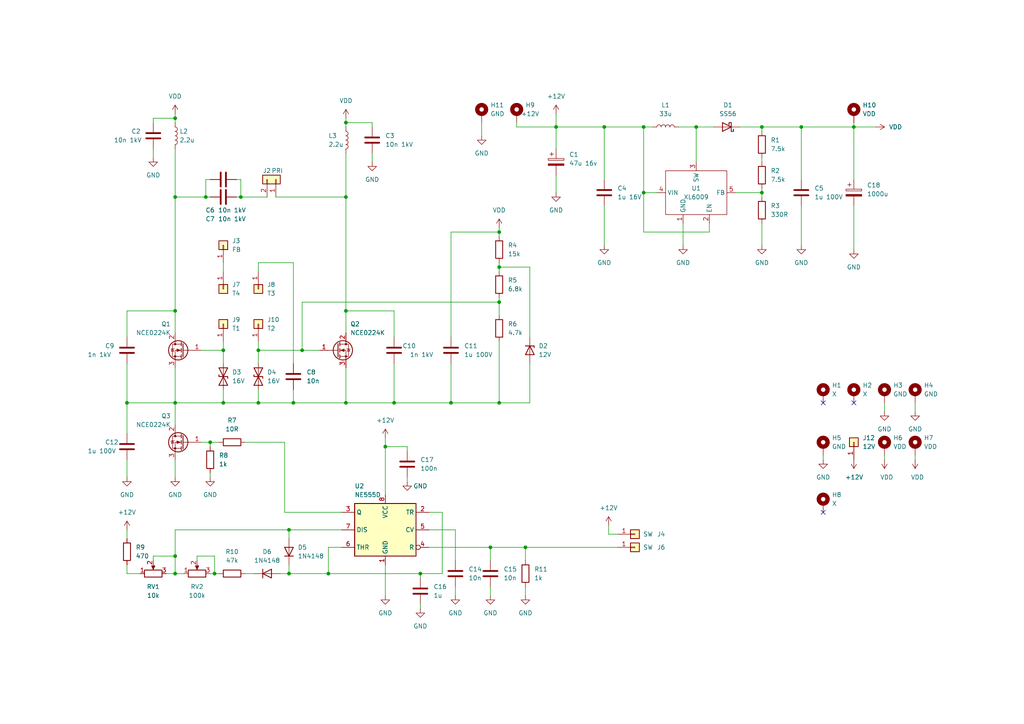
<source format=kicad_sch>
(kicad_sch (version 20211123) (generator eeschema)

  (uuid d219ecbc-819f-43c4-a56b-6f06121cec65)

  (paper "A4")

  (title_block
    (title "Mini Tesla")
    (date "2022-08-21")
    (rev "1.0")
    (company "Caraffa")
  )

  (lib_symbols
    (symbol "Connector_Generic:Conn_01x01" (pin_names (offset 1.016) hide) (in_bom yes) (on_board yes)
      (property "Reference" "J" (id 0) (at 0 2.54 0)
        (effects (font (size 1.27 1.27)))
      )
      (property "Value" "Conn_01x01" (id 1) (at 0 -2.54 0)
        (effects (font (size 1.27 1.27)))
      )
      (property "Footprint" "" (id 2) (at 0 0 0)
        (effects (font (size 1.27 1.27)) hide)
      )
      (property "Datasheet" "~" (id 3) (at 0 0 0)
        (effects (font (size 1.27 1.27)) hide)
      )
      (property "ki_keywords" "connector" (id 4) (at 0 0 0)
        (effects (font (size 1.27 1.27)) hide)
      )
      (property "ki_description" "Generic connector, single row, 01x01, script generated (kicad-library-utils/schlib/autogen/connector/)" (id 5) (at 0 0 0)
        (effects (font (size 1.27 1.27)) hide)
      )
      (property "ki_fp_filters" "Connector*:*_1x??_*" (id 6) (at 0 0 0)
        (effects (font (size 1.27 1.27)) hide)
      )
      (symbol "Conn_01x01_1_1"
        (rectangle (start -1.27 0.127) (end 0 -0.127)
          (stroke (width 0.1524) (type default) (color 0 0 0 0))
          (fill (type none))
        )
        (rectangle (start -1.27 1.27) (end 1.27 -1.27)
          (stroke (width 0.254) (type default) (color 0 0 0 0))
          (fill (type background))
        )
        (pin passive line (at -5.08 0 0) (length 3.81)
          (name "Pin_1" (effects (font (size 1.27 1.27))))
          (number "1" (effects (font (size 1.27 1.27))))
        )
      )
    )
    (symbol "Connector_Generic:Conn_01x02" (pin_names (offset 1.016) hide) (in_bom yes) (on_board yes)
      (property "Reference" "J2" (id 0) (at 5.08 1.2701 90)
        (effects (font (size 1.27 1.27)) (justify right))
      )
      (property "Value" "PRI" (id 1) (at 5.08 -1.2699 90)
        (effects (font (size 1.27 1.27)) (justify right))
      )
      (property "Footprint" "TerminalBlock:TerminalBlock_bornier-2_P5.08mm" (id 2) (at 0 0 0)
        (effects (font (size 1.27 1.27)) hide)
      )
      (property "Datasheet" "~" (id 3) (at 0 0 0)
        (effects (font (size 1.27 1.27)) hide)
      )
      (property "ki_keywords" "connector" (id 4) (at 0 0 0)
        (effects (font (size 1.27 1.27)) hide)
      )
      (property "ki_description" "Generic connector, single row, 01x02, script generated (kicad-library-utils/schlib/autogen/connector/)" (id 5) (at 0 0 0)
        (effects (font (size 1.27 1.27)) hide)
      )
      (property "ki_fp_filters" "Connector*:*_1x??_*" (id 6) (at 0 0 0)
        (effects (font (size 1.27 1.27)) hide)
      )
      (symbol "Conn_01x02_1_1"
        (rectangle (start -1.27 -2.413) (end 0 -2.667)
          (stroke (width 0.1524) (type default) (color 0 0 0 0))
          (fill (type none))
        )
        (rectangle (start -1.27 0.127) (end 0 -0.127)
          (stroke (width 0.1524) (type default) (color 0 0 0 0))
          (fill (type none))
        )
        (rectangle (start -1.27 1.27) (end 1.27 -3.81)
          (stroke (width 0.254) (type default) (color 0 0 0 0))
          (fill (type background))
        )
        (pin passive line (at -5.08 -2.54 0) (length 3.81)
          (name "Pin_1" (effects (font (size 1.27 1.27))))
          (number "1" (effects (font (size 1.27 1.27))))
        )
        (pin passive line (at -5.08 0 0) (length 3.81)
          (name "Pin_2" (effects (font (size 1.27 1.27))))
          (number "2" (effects (font (size 1.27 1.27))))
        )
      )
    )
    (symbol "Device:C" (pin_numbers hide) (pin_names (offset 0.254)) (in_bom yes) (on_board yes)
      (property "Reference" "C" (id 0) (at 0.635 2.54 0)
        (effects (font (size 1.27 1.27)) (justify left))
      )
      (property "Value" "C" (id 1) (at 0.635 -2.54 0)
        (effects (font (size 1.27 1.27)) (justify left))
      )
      (property "Footprint" "" (id 2) (at 0.9652 -3.81 0)
        (effects (font (size 1.27 1.27)) hide)
      )
      (property "Datasheet" "~" (id 3) (at 0 0 0)
        (effects (font (size 1.27 1.27)) hide)
      )
      (property "ki_keywords" "cap capacitor" (id 4) (at 0 0 0)
        (effects (font (size 1.27 1.27)) hide)
      )
      (property "ki_description" "Unpolarized capacitor" (id 5) (at 0 0 0)
        (effects (font (size 1.27 1.27)) hide)
      )
      (property "ki_fp_filters" "C_*" (id 6) (at 0 0 0)
        (effects (font (size 1.27 1.27)) hide)
      )
      (symbol "C_0_1"
        (polyline
          (pts
            (xy -2.032 -0.762)
            (xy 2.032 -0.762)
          )
          (stroke (width 0.508) (type default) (color 0 0 0 0))
          (fill (type none))
        )
        (polyline
          (pts
            (xy -2.032 0.762)
            (xy 2.032 0.762)
          )
          (stroke (width 0.508) (type default) (color 0 0 0 0))
          (fill (type none))
        )
      )
      (symbol "C_1_1"
        (pin passive line (at 0 3.81 270) (length 2.794)
          (name "~" (effects (font (size 1.27 1.27))))
          (number "1" (effects (font (size 1.27 1.27))))
        )
        (pin passive line (at 0 -3.81 90) (length 2.794)
          (name "~" (effects (font (size 1.27 1.27))))
          (number "2" (effects (font (size 1.27 1.27))))
        )
      )
    )
    (symbol "Device:C_Polarized" (pin_numbers hide) (pin_names (offset 0.254)) (in_bom yes) (on_board yes)
      (property "Reference" "C" (id 0) (at 0.635 2.54 0)
        (effects (font (size 1.27 1.27)) (justify left))
      )
      (property "Value" "C_Polarized" (id 1) (at 0.635 -2.54 0)
        (effects (font (size 1.27 1.27)) (justify left))
      )
      (property "Footprint" "" (id 2) (at 0.9652 -3.81 0)
        (effects (font (size 1.27 1.27)) hide)
      )
      (property "Datasheet" "~" (id 3) (at 0 0 0)
        (effects (font (size 1.27 1.27)) hide)
      )
      (property "ki_keywords" "cap capacitor" (id 4) (at 0 0 0)
        (effects (font (size 1.27 1.27)) hide)
      )
      (property "ki_description" "Polarized capacitor" (id 5) (at 0 0 0)
        (effects (font (size 1.27 1.27)) hide)
      )
      (property "ki_fp_filters" "CP_*" (id 6) (at 0 0 0)
        (effects (font (size 1.27 1.27)) hide)
      )
      (symbol "C_Polarized_0_1"
        (rectangle (start -2.286 0.508) (end 2.286 1.016)
          (stroke (width 0) (type default) (color 0 0 0 0))
          (fill (type none))
        )
        (polyline
          (pts
            (xy -1.778 2.286)
            (xy -0.762 2.286)
          )
          (stroke (width 0) (type default) (color 0 0 0 0))
          (fill (type none))
        )
        (polyline
          (pts
            (xy -1.27 2.794)
            (xy -1.27 1.778)
          )
          (stroke (width 0) (type default) (color 0 0 0 0))
          (fill (type none))
        )
        (rectangle (start 2.286 -0.508) (end -2.286 -1.016)
          (stroke (width 0) (type default) (color 0 0 0 0))
          (fill (type outline))
        )
      )
      (symbol "C_Polarized_1_1"
        (pin passive line (at 0 3.81 270) (length 2.794)
          (name "~" (effects (font (size 1.27 1.27))))
          (number "1" (effects (font (size 1.27 1.27))))
        )
        (pin passive line (at 0 -3.81 90) (length 2.794)
          (name "~" (effects (font (size 1.27 1.27))))
          (number "2" (effects (font (size 1.27 1.27))))
        )
      )
    )
    (symbol "Device:D" (pin_numbers hide) (pin_names (offset 1.016) hide) (in_bom yes) (on_board yes)
      (property "Reference" "D" (id 0) (at 0 2.54 0)
        (effects (font (size 1.27 1.27)))
      )
      (property "Value" "D" (id 1) (at 0 -2.54 0)
        (effects (font (size 1.27 1.27)))
      )
      (property "Footprint" "" (id 2) (at 0 0 0)
        (effects (font (size 1.27 1.27)) hide)
      )
      (property "Datasheet" "~" (id 3) (at 0 0 0)
        (effects (font (size 1.27 1.27)) hide)
      )
      (property "ki_keywords" "diode" (id 4) (at 0 0 0)
        (effects (font (size 1.27 1.27)) hide)
      )
      (property "ki_description" "Diode" (id 5) (at 0 0 0)
        (effects (font (size 1.27 1.27)) hide)
      )
      (property "ki_fp_filters" "TO-???* *_Diode_* *SingleDiode* D_*" (id 6) (at 0 0 0)
        (effects (font (size 1.27 1.27)) hide)
      )
      (symbol "D_0_1"
        (polyline
          (pts
            (xy -1.27 1.27)
            (xy -1.27 -1.27)
          )
          (stroke (width 0.254) (type default) (color 0 0 0 0))
          (fill (type none))
        )
        (polyline
          (pts
            (xy 1.27 0)
            (xy -1.27 0)
          )
          (stroke (width 0) (type default) (color 0 0 0 0))
          (fill (type none))
        )
        (polyline
          (pts
            (xy 1.27 1.27)
            (xy 1.27 -1.27)
            (xy -1.27 0)
            (xy 1.27 1.27)
          )
          (stroke (width 0.254) (type default) (color 0 0 0 0))
          (fill (type none))
        )
      )
      (symbol "D_1_1"
        (pin passive line (at -3.81 0 0) (length 2.54)
          (name "K" (effects (font (size 1.27 1.27))))
          (number "1" (effects (font (size 1.27 1.27))))
        )
        (pin passive line (at 3.81 0 180) (length 2.54)
          (name "A" (effects (font (size 1.27 1.27))))
          (number "2" (effects (font (size 1.27 1.27))))
        )
      )
    )
    (symbol "Device:D_Schottky" (pin_numbers hide) (pin_names (offset 1.016) hide) (in_bom yes) (on_board yes)
      (property "Reference" "D" (id 0) (at 0 2.54 0)
        (effects (font (size 1.27 1.27)))
      )
      (property "Value" "D_Schottky" (id 1) (at 0 -2.54 0)
        (effects (font (size 1.27 1.27)))
      )
      (property "Footprint" "" (id 2) (at 0 0 0)
        (effects (font (size 1.27 1.27)) hide)
      )
      (property "Datasheet" "~" (id 3) (at 0 0 0)
        (effects (font (size 1.27 1.27)) hide)
      )
      (property "ki_keywords" "diode Schottky" (id 4) (at 0 0 0)
        (effects (font (size 1.27 1.27)) hide)
      )
      (property "ki_description" "Schottky diode" (id 5) (at 0 0 0)
        (effects (font (size 1.27 1.27)) hide)
      )
      (property "ki_fp_filters" "TO-???* *_Diode_* *SingleDiode* D_*" (id 6) (at 0 0 0)
        (effects (font (size 1.27 1.27)) hide)
      )
      (symbol "D_Schottky_0_1"
        (polyline
          (pts
            (xy 1.27 0)
            (xy -1.27 0)
          )
          (stroke (width 0) (type default) (color 0 0 0 0))
          (fill (type none))
        )
        (polyline
          (pts
            (xy 1.27 1.27)
            (xy 1.27 -1.27)
            (xy -1.27 0)
            (xy 1.27 1.27)
          )
          (stroke (width 0.254) (type default) (color 0 0 0 0))
          (fill (type none))
        )
        (polyline
          (pts
            (xy -1.905 0.635)
            (xy -1.905 1.27)
            (xy -1.27 1.27)
            (xy -1.27 -1.27)
            (xy -0.635 -1.27)
            (xy -0.635 -0.635)
          )
          (stroke (width 0.254) (type default) (color 0 0 0 0))
          (fill (type none))
        )
      )
      (symbol "D_Schottky_1_1"
        (pin passive line (at -3.81 0 0) (length 2.54)
          (name "K" (effects (font (size 1.27 1.27))))
          (number "1" (effects (font (size 1.27 1.27))))
        )
        (pin passive line (at 3.81 0 180) (length 2.54)
          (name "A" (effects (font (size 1.27 1.27))))
          (number "2" (effects (font (size 1.27 1.27))))
        )
      )
    )
    (symbol "Device:D_TVS" (pin_numbers hide) (pin_names (offset 1.016) hide) (in_bom yes) (on_board yes)
      (property "Reference" "D" (id 0) (at 0 2.54 0)
        (effects (font (size 1.27 1.27)))
      )
      (property "Value" "D_TVS" (id 1) (at 0 -2.54 0)
        (effects (font (size 1.27 1.27)))
      )
      (property "Footprint" "" (id 2) (at 0 0 0)
        (effects (font (size 1.27 1.27)) hide)
      )
      (property "Datasheet" "~" (id 3) (at 0 0 0)
        (effects (font (size 1.27 1.27)) hide)
      )
      (property "ki_keywords" "diode TVS thyrector" (id 4) (at 0 0 0)
        (effects (font (size 1.27 1.27)) hide)
      )
      (property "ki_description" "Bidirectional transient-voltage-suppression diode" (id 5) (at 0 0 0)
        (effects (font (size 1.27 1.27)) hide)
      )
      (property "ki_fp_filters" "TO-???* *_Diode_* *SingleDiode* D_*" (id 6) (at 0 0 0)
        (effects (font (size 1.27 1.27)) hide)
      )
      (symbol "D_TVS_0_1"
        (polyline
          (pts
            (xy 1.27 0)
            (xy -1.27 0)
          )
          (stroke (width 0) (type default) (color 0 0 0 0))
          (fill (type none))
        )
        (polyline
          (pts
            (xy 0.508 1.27)
            (xy 0 1.27)
            (xy 0 -1.27)
            (xy -0.508 -1.27)
          )
          (stroke (width 0.254) (type default) (color 0 0 0 0))
          (fill (type none))
        )
        (polyline
          (pts
            (xy -2.54 1.27)
            (xy -2.54 -1.27)
            (xy 2.54 1.27)
            (xy 2.54 -1.27)
            (xy -2.54 1.27)
          )
          (stroke (width 0.254) (type default) (color 0 0 0 0))
          (fill (type none))
        )
      )
      (symbol "D_TVS_1_1"
        (pin passive line (at -3.81 0 0) (length 2.54)
          (name "A1" (effects (font (size 1.27 1.27))))
          (number "1" (effects (font (size 1.27 1.27))))
        )
        (pin passive line (at 3.81 0 180) (length 2.54)
          (name "A2" (effects (font (size 1.27 1.27))))
          (number "2" (effects (font (size 1.27 1.27))))
        )
      )
    )
    (symbol "Device:D_Zener" (pin_numbers hide) (pin_names (offset 1.016) hide) (in_bom yes) (on_board yes)
      (property "Reference" "D" (id 0) (at 0 2.54 0)
        (effects (font (size 1.27 1.27)))
      )
      (property "Value" "D_Zener" (id 1) (at 0 -2.54 0)
        (effects (font (size 1.27 1.27)))
      )
      (property "Footprint" "" (id 2) (at 0 0 0)
        (effects (font (size 1.27 1.27)) hide)
      )
      (property "Datasheet" "~" (id 3) (at 0 0 0)
        (effects (font (size 1.27 1.27)) hide)
      )
      (property "ki_keywords" "diode" (id 4) (at 0 0 0)
        (effects (font (size 1.27 1.27)) hide)
      )
      (property "ki_description" "Zener diode" (id 5) (at 0 0 0)
        (effects (font (size 1.27 1.27)) hide)
      )
      (property "ki_fp_filters" "TO-???* *_Diode_* *SingleDiode* D_*" (id 6) (at 0 0 0)
        (effects (font (size 1.27 1.27)) hide)
      )
      (symbol "D_Zener_0_1"
        (polyline
          (pts
            (xy 1.27 0)
            (xy -1.27 0)
          )
          (stroke (width 0) (type default) (color 0 0 0 0))
          (fill (type none))
        )
        (polyline
          (pts
            (xy -1.27 -1.27)
            (xy -1.27 1.27)
            (xy -0.762 1.27)
          )
          (stroke (width 0.254) (type default) (color 0 0 0 0))
          (fill (type none))
        )
        (polyline
          (pts
            (xy 1.27 -1.27)
            (xy 1.27 1.27)
            (xy -1.27 0)
            (xy 1.27 -1.27)
          )
          (stroke (width 0.254) (type default) (color 0 0 0 0))
          (fill (type none))
        )
      )
      (symbol "D_Zener_1_1"
        (pin passive line (at -3.81 0 0) (length 2.54)
          (name "K" (effects (font (size 1.27 1.27))))
          (number "1" (effects (font (size 1.27 1.27))))
        )
        (pin passive line (at 3.81 0 180) (length 2.54)
          (name "A" (effects (font (size 1.27 1.27))))
          (number "2" (effects (font (size 1.27 1.27))))
        )
      )
    )
    (symbol "Device:L" (pin_numbers hide) (pin_names (offset 1.016) hide) (in_bom yes) (on_board yes)
      (property "Reference" "L" (id 0) (at -1.27 0 90)
        (effects (font (size 1.27 1.27)))
      )
      (property "Value" "L" (id 1) (at 1.905 0 90)
        (effects (font (size 1.27 1.27)))
      )
      (property "Footprint" "" (id 2) (at 0 0 0)
        (effects (font (size 1.27 1.27)) hide)
      )
      (property "Datasheet" "~" (id 3) (at 0 0 0)
        (effects (font (size 1.27 1.27)) hide)
      )
      (property "ki_keywords" "inductor choke coil reactor magnetic" (id 4) (at 0 0 0)
        (effects (font (size 1.27 1.27)) hide)
      )
      (property "ki_description" "Inductor" (id 5) (at 0 0 0)
        (effects (font (size 1.27 1.27)) hide)
      )
      (property "ki_fp_filters" "Choke_* *Coil* Inductor_* L_*" (id 6) (at 0 0 0)
        (effects (font (size 1.27 1.27)) hide)
      )
      (symbol "L_0_1"
        (arc (start 0 -2.54) (mid 0.635 -1.905) (end 0 -1.27)
          (stroke (width 0) (type default) (color 0 0 0 0))
          (fill (type none))
        )
        (arc (start 0 -1.27) (mid 0.635 -0.635) (end 0 0)
          (stroke (width 0) (type default) (color 0 0 0 0))
          (fill (type none))
        )
        (arc (start 0 0) (mid 0.635 0.635) (end 0 1.27)
          (stroke (width 0) (type default) (color 0 0 0 0))
          (fill (type none))
        )
        (arc (start 0 1.27) (mid 0.635 1.905) (end 0 2.54)
          (stroke (width 0) (type default) (color 0 0 0 0))
          (fill (type none))
        )
      )
      (symbol "L_1_1"
        (pin passive line (at 0 3.81 270) (length 1.27)
          (name "1" (effects (font (size 1.27 1.27))))
          (number "1" (effects (font (size 1.27 1.27))))
        )
        (pin passive line (at 0 -3.81 90) (length 1.27)
          (name "2" (effects (font (size 1.27 1.27))))
          (number "2" (effects (font (size 1.27 1.27))))
        )
      )
    )
    (symbol "Device:Q_NMOS_GDS" (pin_names (offset 0) hide) (in_bom yes) (on_board yes)
      (property "Reference" "Q" (id 0) (at 5.08 1.27 0)
        (effects (font (size 1.27 1.27)) (justify left))
      )
      (property "Value" "Q_NMOS_GDS" (id 1) (at 5.08 -1.27 0)
        (effects (font (size 1.27 1.27)) (justify left))
      )
      (property "Footprint" "" (id 2) (at 5.08 2.54 0)
        (effects (font (size 1.27 1.27)) hide)
      )
      (property "Datasheet" "~" (id 3) (at 0 0 0)
        (effects (font (size 1.27 1.27)) hide)
      )
      (property "ki_keywords" "transistor NMOS N-MOS N-MOSFET" (id 4) (at 0 0 0)
        (effects (font (size 1.27 1.27)) hide)
      )
      (property "ki_description" "N-MOSFET transistor, gate/drain/source" (id 5) (at 0 0 0)
        (effects (font (size 1.27 1.27)) hide)
      )
      (symbol "Q_NMOS_GDS_0_1"
        (polyline
          (pts
            (xy 0.254 0)
            (xy -2.54 0)
          )
          (stroke (width 0) (type default) (color 0 0 0 0))
          (fill (type none))
        )
        (polyline
          (pts
            (xy 0.254 1.905)
            (xy 0.254 -1.905)
          )
          (stroke (width 0.254) (type default) (color 0 0 0 0))
          (fill (type none))
        )
        (polyline
          (pts
            (xy 0.762 -1.27)
            (xy 0.762 -2.286)
          )
          (stroke (width 0.254) (type default) (color 0 0 0 0))
          (fill (type none))
        )
        (polyline
          (pts
            (xy 0.762 0.508)
            (xy 0.762 -0.508)
          )
          (stroke (width 0.254) (type default) (color 0 0 0 0))
          (fill (type none))
        )
        (polyline
          (pts
            (xy 0.762 2.286)
            (xy 0.762 1.27)
          )
          (stroke (width 0.254) (type default) (color 0 0 0 0))
          (fill (type none))
        )
        (polyline
          (pts
            (xy 2.54 2.54)
            (xy 2.54 1.778)
          )
          (stroke (width 0) (type default) (color 0 0 0 0))
          (fill (type none))
        )
        (polyline
          (pts
            (xy 2.54 -2.54)
            (xy 2.54 0)
            (xy 0.762 0)
          )
          (stroke (width 0) (type default) (color 0 0 0 0))
          (fill (type none))
        )
        (polyline
          (pts
            (xy 0.762 -1.778)
            (xy 3.302 -1.778)
            (xy 3.302 1.778)
            (xy 0.762 1.778)
          )
          (stroke (width 0) (type default) (color 0 0 0 0))
          (fill (type none))
        )
        (polyline
          (pts
            (xy 1.016 0)
            (xy 2.032 0.381)
            (xy 2.032 -0.381)
            (xy 1.016 0)
          )
          (stroke (width 0) (type default) (color 0 0 0 0))
          (fill (type outline))
        )
        (polyline
          (pts
            (xy 2.794 0.508)
            (xy 2.921 0.381)
            (xy 3.683 0.381)
            (xy 3.81 0.254)
          )
          (stroke (width 0) (type default) (color 0 0 0 0))
          (fill (type none))
        )
        (polyline
          (pts
            (xy 3.302 0.381)
            (xy 2.921 -0.254)
            (xy 3.683 -0.254)
            (xy 3.302 0.381)
          )
          (stroke (width 0) (type default) (color 0 0 0 0))
          (fill (type none))
        )
        (circle (center 1.651 0) (radius 2.794)
          (stroke (width 0.254) (type default) (color 0 0 0 0))
          (fill (type none))
        )
        (circle (center 2.54 -1.778) (radius 0.254)
          (stroke (width 0) (type default) (color 0 0 0 0))
          (fill (type outline))
        )
        (circle (center 2.54 1.778) (radius 0.254)
          (stroke (width 0) (type default) (color 0 0 0 0))
          (fill (type outline))
        )
      )
      (symbol "Q_NMOS_GDS_1_1"
        (pin input line (at -5.08 0 0) (length 2.54)
          (name "G" (effects (font (size 1.27 1.27))))
          (number "1" (effects (font (size 1.27 1.27))))
        )
        (pin passive line (at 2.54 5.08 270) (length 2.54)
          (name "D" (effects (font (size 1.27 1.27))))
          (number "2" (effects (font (size 1.27 1.27))))
        )
        (pin passive line (at 2.54 -5.08 90) (length 2.54)
          (name "S" (effects (font (size 1.27 1.27))))
          (number "3" (effects (font (size 1.27 1.27))))
        )
      )
    )
    (symbol "Device:R" (pin_numbers hide) (pin_names (offset 0)) (in_bom yes) (on_board yes)
      (property "Reference" "R" (id 0) (at 2.032 0 90)
        (effects (font (size 1.27 1.27)))
      )
      (property "Value" "R" (id 1) (at 0 0 90)
        (effects (font (size 1.27 1.27)))
      )
      (property "Footprint" "" (id 2) (at -1.778 0 90)
        (effects (font (size 1.27 1.27)) hide)
      )
      (property "Datasheet" "~" (id 3) (at 0 0 0)
        (effects (font (size 1.27 1.27)) hide)
      )
      (property "ki_keywords" "R res resistor" (id 4) (at 0 0 0)
        (effects (font (size 1.27 1.27)) hide)
      )
      (property "ki_description" "Resistor" (id 5) (at 0 0 0)
        (effects (font (size 1.27 1.27)) hide)
      )
      (property "ki_fp_filters" "R_*" (id 6) (at 0 0 0)
        (effects (font (size 1.27 1.27)) hide)
      )
      (symbol "R_0_1"
        (rectangle (start -1.016 -2.54) (end 1.016 2.54)
          (stroke (width 0.254) (type default) (color 0 0 0 0))
          (fill (type none))
        )
      )
      (symbol "R_1_1"
        (pin passive line (at 0 3.81 270) (length 1.27)
          (name "~" (effects (font (size 1.27 1.27))))
          (number "1" (effects (font (size 1.27 1.27))))
        )
        (pin passive line (at 0 -3.81 90) (length 1.27)
          (name "~" (effects (font (size 1.27 1.27))))
          (number "2" (effects (font (size 1.27 1.27))))
        )
      )
    )
    (symbol "Device:R_Potentiometer" (pin_names (offset 1.016) hide) (in_bom yes) (on_board yes)
      (property "Reference" "RV" (id 0) (at -4.445 0 90)
        (effects (font (size 1.27 1.27)))
      )
      (property "Value" "R_Potentiometer" (id 1) (at -2.54 0 90)
        (effects (font (size 1.27 1.27)))
      )
      (property "Footprint" "" (id 2) (at 0 0 0)
        (effects (font (size 1.27 1.27)) hide)
      )
      (property "Datasheet" "~" (id 3) (at 0 0 0)
        (effects (font (size 1.27 1.27)) hide)
      )
      (property "ki_keywords" "resistor variable" (id 4) (at 0 0 0)
        (effects (font (size 1.27 1.27)) hide)
      )
      (property "ki_description" "Potentiometer" (id 5) (at 0 0 0)
        (effects (font (size 1.27 1.27)) hide)
      )
      (property "ki_fp_filters" "Potentiometer*" (id 6) (at 0 0 0)
        (effects (font (size 1.27 1.27)) hide)
      )
      (symbol "R_Potentiometer_0_1"
        (polyline
          (pts
            (xy 2.54 0)
            (xy 1.524 0)
          )
          (stroke (width 0) (type default) (color 0 0 0 0))
          (fill (type none))
        )
        (polyline
          (pts
            (xy 1.143 0)
            (xy 2.286 0.508)
            (xy 2.286 -0.508)
            (xy 1.143 0)
          )
          (stroke (width 0) (type default) (color 0 0 0 0))
          (fill (type outline))
        )
        (rectangle (start 1.016 2.54) (end -1.016 -2.54)
          (stroke (width 0.254) (type default) (color 0 0 0 0))
          (fill (type none))
        )
      )
      (symbol "R_Potentiometer_1_1"
        (pin passive line (at 0 3.81 270) (length 1.27)
          (name "1" (effects (font (size 1.27 1.27))))
          (number "1" (effects (font (size 1.27 1.27))))
        )
        (pin passive line (at 3.81 0 180) (length 1.27)
          (name "2" (effects (font (size 1.27 1.27))))
          (number "2" (effects (font (size 1.27 1.27))))
        )
        (pin passive line (at 0 -3.81 90) (length 1.27)
          (name "3" (effects (font (size 1.27 1.27))))
          (number "3" (effects (font (size 1.27 1.27))))
        )
      )
    )
    (symbol "Mechanical:MountingHole_Pad" (pin_numbers hide) (pin_names (offset 1.016) hide) (in_bom yes) (on_board yes)
      (property "Reference" "H" (id 0) (at 0 6.35 0)
        (effects (font (size 1.27 1.27)))
      )
      (property "Value" "MountingHole_Pad" (id 1) (at 0 4.445 0)
        (effects (font (size 1.27 1.27)))
      )
      (property "Footprint" "" (id 2) (at 0 0 0)
        (effects (font (size 1.27 1.27)) hide)
      )
      (property "Datasheet" "~" (id 3) (at 0 0 0)
        (effects (font (size 1.27 1.27)) hide)
      )
      (property "ki_keywords" "mounting hole" (id 4) (at 0 0 0)
        (effects (font (size 1.27 1.27)) hide)
      )
      (property "ki_description" "Mounting Hole with connection" (id 5) (at 0 0 0)
        (effects (font (size 1.27 1.27)) hide)
      )
      (property "ki_fp_filters" "MountingHole*Pad*" (id 6) (at 0 0 0)
        (effects (font (size 1.27 1.27)) hide)
      )
      (symbol "MountingHole_Pad_0_1"
        (circle (center 0 1.27) (radius 1.27)
          (stroke (width 1.27) (type default) (color 0 0 0 0))
          (fill (type none))
        )
      )
      (symbol "MountingHole_Pad_1_1"
        (pin input line (at 0 -2.54 90) (length 2.54)
          (name "1" (effects (font (size 1.27 1.27))))
          (number "1" (effects (font (size 1.27 1.27))))
        )
      )
    )
    (symbol "Timer:NE555D" (in_bom yes) (on_board yes)
      (property "Reference" "U" (id 0) (at -10.16 8.89 0)
        (effects (font (size 1.27 1.27)) (justify left))
      )
      (property "Value" "NE555D" (id 1) (at 2.54 8.89 0)
        (effects (font (size 1.27 1.27)) (justify left))
      )
      (property "Footprint" "Package_SO:SOIC-8_3.9x4.9mm_P1.27mm" (id 2) (at 21.59 -10.16 0)
        (effects (font (size 1.27 1.27)) hide)
      )
      (property "Datasheet" "http://www.ti.com/lit/ds/symlink/ne555.pdf" (id 3) (at 21.59 -10.16 0)
        (effects (font (size 1.27 1.27)) hide)
      )
      (property "ki_keywords" "single timer 555" (id 4) (at 0 0 0)
        (effects (font (size 1.27 1.27)) hide)
      )
      (property "ki_description" "Precision Timers, 555 compatible, SOIC-8" (id 5) (at 0 0 0)
        (effects (font (size 1.27 1.27)) hide)
      )
      (property "ki_fp_filters" "SOIC*3.9x4.9mm*P1.27mm*" (id 6) (at 0 0 0)
        (effects (font (size 1.27 1.27)) hide)
      )
      (symbol "NE555D_0_0"
        (pin power_in line (at 0 -10.16 90) (length 2.54)
          (name "GND" (effects (font (size 1.27 1.27))))
          (number "1" (effects (font (size 1.27 1.27))))
        )
        (pin power_in line (at 0 10.16 270) (length 2.54)
          (name "VCC" (effects (font (size 1.27 1.27))))
          (number "8" (effects (font (size 1.27 1.27))))
        )
      )
      (symbol "NE555D_0_1"
        (rectangle (start -8.89 -7.62) (end 8.89 7.62)
          (stroke (width 0.254) (type default) (color 0 0 0 0))
          (fill (type background))
        )
        (rectangle (start -8.89 -7.62) (end 8.89 7.62)
          (stroke (width 0.254) (type default) (color 0 0 0 0))
          (fill (type background))
        )
      )
      (symbol "NE555D_1_1"
        (pin input line (at -12.7 5.08 0) (length 3.81)
          (name "TR" (effects (font (size 1.27 1.27))))
          (number "2" (effects (font (size 1.27 1.27))))
        )
        (pin output line (at 12.7 5.08 180) (length 3.81)
          (name "Q" (effects (font (size 1.27 1.27))))
          (number "3" (effects (font (size 1.27 1.27))))
        )
        (pin input inverted (at -12.7 -5.08 0) (length 3.81)
          (name "R" (effects (font (size 1.27 1.27))))
          (number "4" (effects (font (size 1.27 1.27))))
        )
        (pin input line (at -12.7 0 0) (length 3.81)
          (name "CV" (effects (font (size 1.27 1.27))))
          (number "5" (effects (font (size 1.27 1.27))))
        )
        (pin input line (at 12.7 -5.08 180) (length 3.81)
          (name "THR" (effects (font (size 1.27 1.27))))
          (number "6" (effects (font (size 1.27 1.27))))
        )
        (pin input line (at 12.7 0 180) (length 3.81)
          (name "DIS" (effects (font (size 1.27 1.27))))
          (number "7" (effects (font (size 1.27 1.27))))
        )
      )
    )
    (symbol "XL6009:XL6009" (in_bom yes) (on_board yes)
      (property "Reference" "U" (id 0) (at 0 1.27 0)
        (effects (font (size 1.27 1.27)))
      )
      (property "Value" "XL6009" (id 1) (at 0.635 -0.635 0)
        (effects (font (size 1.27 1.27)))
      )
      (property "Footprint" "" (id 2) (at -0.635 0.635 0)
        (effects (font (size 1.27 1.27)) hide)
      )
      (property "Datasheet" "" (id 3) (at -0.635 0.635 0)
        (effects (font (size 1.27 1.27)) hide)
      )
      (symbol "XL6009_0_1"
        (rectangle (start -8.89 6.35) (end 8.89 -6.35)
          (stroke (width 0) (type default) (color 0 0 0 0))
          (fill (type none))
        )
      )
      (symbol "XL6009_1_1"
        (pin input line (at -3.81 -8.89 90) (length 2.54)
          (name "GND" (effects (font (size 1.27 1.27))))
          (number "1" (effects (font (size 1.27 1.27))))
        )
        (pin input line (at 3.81 -8.89 90) (length 2.54)
          (name "EN" (effects (font (size 1.27 1.27))))
          (number "2" (effects (font (size 1.27 1.27))))
        )
        (pin input line (at 0 8.89 270) (length 2.54)
          (name "SW" (effects (font (size 1.27 1.27))))
          (number "3" (effects (font (size 1.27 1.27))))
        )
        (pin input line (at -11.43 0 0) (length 2.54)
          (name "VIN" (effects (font (size 1.27 1.27))))
          (number "4" (effects (font (size 1.27 1.27))))
        )
        (pin input line (at 11.43 0 180) (length 2.54)
          (name "FB" (effects (font (size 1.27 1.27))))
          (number "5" (effects (font (size 1.27 1.27))))
        )
      )
    )
    (symbol "power:+12V" (power) (pin_names (offset 0)) (in_bom yes) (on_board yes)
      (property "Reference" "#PWR" (id 0) (at 0 -3.81 0)
        (effects (font (size 1.27 1.27)) hide)
      )
      (property "Value" "+12V" (id 1) (at 0 3.556 0)
        (effects (font (size 1.27 1.27)))
      )
      (property "Footprint" "" (id 2) (at 0 0 0)
        (effects (font (size 1.27 1.27)) hide)
      )
      (property "Datasheet" "" (id 3) (at 0 0 0)
        (effects (font (size 1.27 1.27)) hide)
      )
      (property "ki_keywords" "power-flag" (id 4) (at 0 0 0)
        (effects (font (size 1.27 1.27)) hide)
      )
      (property "ki_description" "Power symbol creates a global label with name \"+12V\"" (id 5) (at 0 0 0)
        (effects (font (size 1.27 1.27)) hide)
      )
      (symbol "+12V_0_1"
        (polyline
          (pts
            (xy -0.762 1.27)
            (xy 0 2.54)
          )
          (stroke (width 0) (type default) (color 0 0 0 0))
          (fill (type none))
        )
        (polyline
          (pts
            (xy 0 0)
            (xy 0 2.54)
          )
          (stroke (width 0) (type default) (color 0 0 0 0))
          (fill (type none))
        )
        (polyline
          (pts
            (xy 0 2.54)
            (xy 0.762 1.27)
          )
          (stroke (width 0) (type default) (color 0 0 0 0))
          (fill (type none))
        )
      )
      (symbol "+12V_1_1"
        (pin power_in line (at 0 0 90) (length 0) hide
          (name "+12V" (effects (font (size 1.27 1.27))))
          (number "1" (effects (font (size 1.27 1.27))))
        )
      )
    )
    (symbol "power:GND" (power) (pin_names (offset 0)) (in_bom yes) (on_board yes)
      (property "Reference" "#PWR" (id 0) (at 0 -6.35 0)
        (effects (font (size 1.27 1.27)) hide)
      )
      (property "Value" "GND" (id 1) (at 0 -3.81 0)
        (effects (font (size 1.27 1.27)))
      )
      (property "Footprint" "" (id 2) (at 0 0 0)
        (effects (font (size 1.27 1.27)) hide)
      )
      (property "Datasheet" "" (id 3) (at 0 0 0)
        (effects (font (size 1.27 1.27)) hide)
      )
      (property "ki_keywords" "power-flag" (id 4) (at 0 0 0)
        (effects (font (size 1.27 1.27)) hide)
      )
      (property "ki_description" "Power symbol creates a global label with name \"GND\" , ground" (id 5) (at 0 0 0)
        (effects (font (size 1.27 1.27)) hide)
      )
      (symbol "GND_0_1"
        (polyline
          (pts
            (xy 0 0)
            (xy 0 -1.27)
            (xy 1.27 -1.27)
            (xy 0 -2.54)
            (xy -1.27 -1.27)
            (xy 0 -1.27)
          )
          (stroke (width 0) (type default) (color 0 0 0 0))
          (fill (type none))
        )
      )
      (symbol "GND_1_1"
        (pin power_in line (at 0 0 270) (length 0) hide
          (name "GND" (effects (font (size 1.27 1.27))))
          (number "1" (effects (font (size 1.27 1.27))))
        )
      )
    )
    (symbol "power:VDD" (power) (pin_names (offset 0)) (in_bom yes) (on_board yes)
      (property "Reference" "#PWR" (id 0) (at 0 -3.81 0)
        (effects (font (size 1.27 1.27)) hide)
      )
      (property "Value" "VDD" (id 1) (at 0 3.81 0)
        (effects (font (size 1.27 1.27)))
      )
      (property "Footprint" "" (id 2) (at 0 0 0)
        (effects (font (size 1.27 1.27)) hide)
      )
      (property "Datasheet" "" (id 3) (at 0 0 0)
        (effects (font (size 1.27 1.27)) hide)
      )
      (property "ki_keywords" "power-flag" (id 4) (at 0 0 0)
        (effects (font (size 1.27 1.27)) hide)
      )
      (property "ki_description" "Power symbol creates a global label with name \"VDD\"" (id 5) (at 0 0 0)
        (effects (font (size 1.27 1.27)) hide)
      )
      (symbol "VDD_0_1"
        (polyline
          (pts
            (xy -0.762 1.27)
            (xy 0 2.54)
          )
          (stroke (width 0) (type default) (color 0 0 0 0))
          (fill (type none))
        )
        (polyline
          (pts
            (xy 0 0)
            (xy 0 2.54)
          )
          (stroke (width 0) (type default) (color 0 0 0 0))
          (fill (type none))
        )
        (polyline
          (pts
            (xy 0 2.54)
            (xy 0.762 1.27)
          )
          (stroke (width 0) (type default) (color 0 0 0 0))
          (fill (type none))
        )
      )
      (symbol "VDD_1_1"
        (pin power_in line (at 0 0 90) (length 0) hide
          (name "VDD" (effects (font (size 1.27 1.27))))
          (number "1" (effects (font (size 1.27 1.27))))
        )
      )
    )
  )

  (junction (at 59.69 57.15) (diameter 0) (color 0 0 0 0)
    (uuid 04240a4e-1c7c-4409-9481-3d2c225ea468)
  )
  (junction (at 152.4 158.75) (diameter 0) (color 0 0 0 0)
    (uuid 13b2810c-3f2d-4a08-94fa-07954f675cd5)
  )
  (junction (at 64.77 116.84) (diameter 0) (color 0 0 0 0)
    (uuid 14697dfb-5020-418d-ae18-a9f054ffb892)
  )
  (junction (at 50.8 166.37) (diameter 0) (color 0 0 0 0)
    (uuid 165ad977-a902-4359-866d-5f6ca0a789b1)
  )
  (junction (at 87.63 101.6) (diameter 0) (color 0 0 0 0)
    (uuid 1b3289ab-d40c-48e1-bebd-7278c33c026b)
  )
  (junction (at 130.81 116.84) (diameter 0) (color 0 0 0 0)
    (uuid 1fc6150e-7cec-493a-a67a-3e2716d69e7d)
  )
  (junction (at 50.8 90.17) (diameter 0) (color 0 0 0 0)
    (uuid 23ecd680-9187-40a1-8cfd-96433e547849)
  )
  (junction (at 50.8 57.15) (diameter 0) (color 0 0 0 0)
    (uuid 26dc3457-3b56-4c8d-9c90-16e0d78e6876)
  )
  (junction (at 74.93 116.84) (diameter 0) (color 0 0 0 0)
    (uuid 282c9b1a-0fcb-44b9-8ced-c5cd9bf1e53c)
  )
  (junction (at 144.78 67.31) (diameter 0) (color 0 0 0 0)
    (uuid 35f2f6d0-7dad-43a1-b7b9-1f960959acab)
  )
  (junction (at 85.09 116.84) (diameter 0) (color 0 0 0 0)
    (uuid 38561693-fc85-44a7-8587-9ccfb4229e1b)
  )
  (junction (at 144.78 116.84) (diameter 0) (color 0 0 0 0)
    (uuid 387e955b-ffe0-4c2d-ad4d-c5ab74cd9658)
  )
  (junction (at 142.24 158.75) (diameter 0) (color 0 0 0 0)
    (uuid 3c5b8c70-588f-458a-8004-bad1e9f63723)
  )
  (junction (at 201.93 36.83) (diameter 0) (color 0 0 0 0)
    (uuid 3f4a534e-98ec-4c59-87c7-320162535ed2)
  )
  (junction (at 114.3 116.84) (diameter 0) (color 0 0 0 0)
    (uuid 46a5ff6c-b208-43e4-b500-ff5357948d84)
  )
  (junction (at 247.65 36.83) (diameter 0) (color 0 0 0 0)
    (uuid 4baf26dd-02e8-4c0c-b19a-5e048786cbbf)
  )
  (junction (at 83.82 166.37) (diameter 0) (color 0 0 0 0)
    (uuid 53d8d061-1fc6-4108-9661-202d8010a4d5)
  )
  (junction (at 186.69 55.88) (diameter 0) (color 0 0 0 0)
    (uuid 56d2909c-692f-4ce5-938c-811b1346809a)
  )
  (junction (at 62.23 166.37) (diameter 0) (color 0 0 0 0)
    (uuid 5b3f5fa5-7539-4089-8802-ef5f5a471b5a)
  )
  (junction (at 50.8 116.84) (diameter 0) (color 0 0 0 0)
    (uuid 61ad1593-79c2-49e9-9259-d04a2b36f150)
  )
  (junction (at 50.8 34.29) (diameter 0) (color 0 0 0 0)
    (uuid 6995a145-97b6-4a8f-ab03-2e08f094b8b2)
  )
  (junction (at 64.77 101.6) (diameter 0) (color 0 0 0 0)
    (uuid 86e6f1be-a751-40e0-9bfd-dd499ef14890)
  )
  (junction (at 111.76 129.54) (diameter 0) (color 0 0 0 0)
    (uuid 96c6e11d-ef7a-480a-9bc6-4bfb52c43d1e)
  )
  (junction (at 95.25 166.37) (diameter 0) (color 0 0 0 0)
    (uuid 971d2be3-41e6-4334-b262-939ae476a8eb)
  )
  (junction (at 144.78 77.47) (diameter 0) (color 0 0 0 0)
    (uuid 98232bed-489a-4689-97b6-c3486ab38dde)
  )
  (junction (at 161.29 36.83) (diameter 0) (color 0 0 0 0)
    (uuid 9bc6a0c5-a7fc-47f9-9b13-44855962cc46)
  )
  (junction (at 220.98 55.88) (diameter 0) (color 0 0 0 0)
    (uuid aa818466-7071-436c-9c38-bd5e26385a4f)
  )
  (junction (at 74.93 101.6) (diameter 0) (color 0 0 0 0)
    (uuid b480d656-25e1-4339-afc9-db686f9b5ced)
  )
  (junction (at 186.69 36.83) (diameter 0) (color 0 0 0 0)
    (uuid b71577d1-05ee-4318-8ab9-b9cb53d6b858)
  )
  (junction (at 121.92 166.37) (diameter 0) (color 0 0 0 0)
    (uuid c191cc17-3c7b-4afa-83f4-eb2b04e864cc)
  )
  (junction (at 100.33 35.56) (diameter 0) (color 0 0 0 0)
    (uuid c2d57ff8-2ee7-42dc-8bf1-ea3c26b368f0)
  )
  (junction (at 36.83 116.84) (diameter 0) (color 0 0 0 0)
    (uuid c370e815-04d2-456c-8389-ce843799a50b)
  )
  (junction (at 60.96 128.27) (diameter 0) (color 0 0 0 0)
    (uuid c8bac4f4-be00-434f-a53f-8210d985f320)
  )
  (junction (at 100.33 90.17) (diameter 0) (color 0 0 0 0)
    (uuid cf02ba2f-3c40-4e19-8814-4e40cf7537fe)
  )
  (junction (at 232.41 36.83) (diameter 0) (color 0 0 0 0)
    (uuid d9aff544-5a21-4bf1-bf35-dcef664d629c)
  )
  (junction (at 175.26 36.83) (diameter 0) (color 0 0 0 0)
    (uuid ddee3a09-498a-4d2c-8f6c-f9525e4c7336)
  )
  (junction (at 50.8 161.29) (diameter 0) (color 0 0 0 0)
    (uuid df0e4878-b584-48cf-aefe-59ccc030dcaf)
  )
  (junction (at 100.33 116.84) (diameter 0) (color 0 0 0 0)
    (uuid e18e8b10-58a9-418f-a585-3068a0df7052)
  )
  (junction (at 220.98 36.83) (diameter 0) (color 0 0 0 0)
    (uuid ea77de4f-273d-44b3-8d35-5442963ba477)
  )
  (junction (at 144.78 87.63) (diameter 0) (color 0 0 0 0)
    (uuid ead6977f-d6fa-4bf4-b355-d74d15ebe71f)
  )
  (junction (at 83.82 153.67) (diameter 0) (color 0 0 0 0)
    (uuid eb521b87-5099-45ea-881f-87eb29499407)
  )
  (junction (at 69.85 57.15) (diameter 0) (color 0 0 0 0)
    (uuid ec2b5ef5-c3bc-40d0-a161-b622353dc54b)
  )
  (junction (at 100.33 57.15) (diameter 0) (color 0 0 0 0)
    (uuid f5fb5392-3cf7-4b76-8703-da2dd7de6d3d)
  )

  (no_connect (at 238.76 116.84) (uuid 426a817d-e290-42a7-8c19-ce6cdbd249a8))
  (no_connect (at 247.65 116.84) (uuid 426a817d-e290-42a7-8c19-ce6cdbd249aa))
  (no_connect (at 238.76 148.59) (uuid dfb0873e-a0e0-48df-af68-812088577855))

  (wire (pts (xy 44.45 34.29) (xy 44.45 35.56))
    (stroke (width 0) (type default) (color 0 0 0 0))
    (uuid 00fa31c2-0a1a-40f9-8a68-e1e574c4bb6e)
  )
  (wire (pts (xy 59.69 52.07) (xy 59.69 57.15))
    (stroke (width 0) (type default) (color 0 0 0 0))
    (uuid 0217cffc-e6cf-4aea-b8cc-9c7fd3db4019)
  )
  (wire (pts (xy 190.5 55.88) (xy 186.69 55.88))
    (stroke (width 0) (type default) (color 0 0 0 0))
    (uuid 02308132-8559-414f-94f4-d6c40600413c)
  )
  (wire (pts (xy 50.8 133.35) (xy 50.8 138.43))
    (stroke (width 0) (type default) (color 0 0 0 0))
    (uuid 047eb10b-c511-40d6-bdde-1ae8b0b77ca2)
  )
  (wire (pts (xy 85.09 113.03) (xy 85.09 116.84))
    (stroke (width 0) (type default) (color 0 0 0 0))
    (uuid 050167b6-461b-4b89-9c0d-25094dac8750)
  )
  (wire (pts (xy 176.53 154.94) (xy 179.07 154.94))
    (stroke (width 0) (type default) (color 0 0 0 0))
    (uuid 06c37274-ebb9-4438-a29e-71fddef86982)
  )
  (wire (pts (xy 87.63 87.63) (xy 87.63 101.6))
    (stroke (width 0) (type default) (color 0 0 0 0))
    (uuid 097f5e00-8af2-4ec3-8fe2-3a05bbdc39fa)
  )
  (wire (pts (xy 153.67 97.79) (xy 153.67 77.47))
    (stroke (width 0) (type default) (color 0 0 0 0))
    (uuid 09bd76ce-fffb-4751-95ee-663b03c0ee9a)
  )
  (wire (pts (xy 50.8 116.84) (xy 50.8 123.19))
    (stroke (width 0) (type default) (color 0 0 0 0))
    (uuid 09eab958-bbf6-49e4-bec0-ff801ba0d5cc)
  )
  (wire (pts (xy 83.82 163.83) (xy 83.82 166.37))
    (stroke (width 0) (type default) (color 0 0 0 0))
    (uuid 0b542aa8-0888-4c24-842b-ea734f18210a)
  )
  (wire (pts (xy 186.69 36.83) (xy 189.23 36.83))
    (stroke (width 0) (type default) (color 0 0 0 0))
    (uuid 1043f4ed-760a-4307-b97a-7a5ca30ddcdd)
  )
  (wire (pts (xy 44.45 161.29) (xy 50.8 161.29))
    (stroke (width 0) (type default) (color 0 0 0 0))
    (uuid 10faa485-af26-4cd5-b198-e18b22fb9132)
  )
  (wire (pts (xy 114.3 105.41) (xy 114.3 116.84))
    (stroke (width 0) (type default) (color 0 0 0 0))
    (uuid 139e4911-4fe8-42b6-aa15-70360f615fd5)
  )
  (wire (pts (xy 220.98 45.72) (xy 220.98 46.99))
    (stroke (width 0) (type default) (color 0 0 0 0))
    (uuid 13cb1331-3488-4873-b317-f841c6ea1b58)
  )
  (wire (pts (xy 36.83 163.83) (xy 36.83 166.37))
    (stroke (width 0) (type default) (color 0 0 0 0))
    (uuid 13cd6b3e-69d6-4482-a5ed-16ac3169ba53)
  )
  (wire (pts (xy 175.26 36.83) (xy 186.69 36.83))
    (stroke (width 0) (type default) (color 0 0 0 0))
    (uuid 147c2193-3ad2-4e3d-afc3-793a63b0185b)
  )
  (wire (pts (xy 149.86 36.83) (xy 161.29 36.83))
    (stroke (width 0) (type default) (color 0 0 0 0))
    (uuid 165590c0-a298-43f2-9800-ee446de74d3b)
  )
  (wire (pts (xy 121.92 166.37) (xy 95.25 166.37))
    (stroke (width 0) (type default) (color 0 0 0 0))
    (uuid 1af91a11-531a-4dd6-a059-31c45eff9966)
  )
  (wire (pts (xy 161.29 36.83) (xy 175.26 36.83))
    (stroke (width 0) (type default) (color 0 0 0 0))
    (uuid 1d01be16-da02-466c-b284-4ceeeb10b075)
  )
  (wire (pts (xy 44.45 34.29) (xy 50.8 34.29))
    (stroke (width 0) (type default) (color 0 0 0 0))
    (uuid 20160354-7bb8-4735-85d5-9087535a21dd)
  )
  (wire (pts (xy 130.81 116.84) (xy 144.78 116.84))
    (stroke (width 0) (type default) (color 0 0 0 0))
    (uuid 223bf2c1-c22b-4381-90ad-51c7eeebfae3)
  )
  (wire (pts (xy 71.12 166.37) (xy 73.66 166.37))
    (stroke (width 0) (type default) (color 0 0 0 0))
    (uuid 2279f7b0-df05-43b8-ae45-f5f603d2cd52)
  )
  (wire (pts (xy 265.43 116.84) (xy 265.43 119.38))
    (stroke (width 0) (type default) (color 0 0 0 0))
    (uuid 233f2e43-fcf3-41c6-b7ae-b4706a7fe96a)
  )
  (wire (pts (xy 64.77 99.06) (xy 64.77 101.6))
    (stroke (width 0) (type default) (color 0 0 0 0))
    (uuid 2594c52d-3498-451f-a89a-a7e8bd74a0e6)
  )
  (wire (pts (xy 232.41 52.07) (xy 232.41 36.83))
    (stroke (width 0) (type default) (color 0 0 0 0))
    (uuid 275edb96-9093-47c5-b4d6-72462e9d94bd)
  )
  (wire (pts (xy 100.33 57.15) (xy 100.33 90.17))
    (stroke (width 0) (type default) (color 0 0 0 0))
    (uuid 2c4caf7b-c140-4f01-9d3a-4dfb0f0e7334)
  )
  (wire (pts (xy 205.74 67.31) (xy 186.69 67.31))
    (stroke (width 0) (type default) (color 0 0 0 0))
    (uuid 2ef212f7-be60-4822-8901-9be9e50e77f0)
  )
  (wire (pts (xy 36.83 90.17) (xy 36.83 97.79))
    (stroke (width 0) (type default) (color 0 0 0 0))
    (uuid 30d3b719-4d2f-432d-961f-c64c50601615)
  )
  (wire (pts (xy 118.11 129.54) (xy 111.76 129.54))
    (stroke (width 0) (type default) (color 0 0 0 0))
    (uuid 30ed119d-9e88-448a-9d70-f9b2cae1bbc4)
  )
  (wire (pts (xy 83.82 156.21) (xy 83.82 153.67))
    (stroke (width 0) (type default) (color 0 0 0 0))
    (uuid 3121419d-c0b2-4ee3-bf7b-534a08c5847d)
  )
  (wire (pts (xy 50.8 106.68) (xy 50.8 116.84))
    (stroke (width 0) (type default) (color 0 0 0 0))
    (uuid 316fb7bc-d137-491f-a507-dc8a36906558)
  )
  (wire (pts (xy 85.09 116.84) (xy 100.33 116.84))
    (stroke (width 0) (type default) (color 0 0 0 0))
    (uuid 3371761b-5542-4dbe-91ac-958336eb829d)
  )
  (wire (pts (xy 81.28 166.37) (xy 83.82 166.37))
    (stroke (width 0) (type default) (color 0 0 0 0))
    (uuid 35f80dbc-423f-473f-8663-6b4cc17abb67)
  )
  (wire (pts (xy 128.27 148.59) (xy 128.27 166.37))
    (stroke (width 0) (type default) (color 0 0 0 0))
    (uuid 3680a374-4cf7-4852-94db-865646129def)
  )
  (wire (pts (xy 71.12 128.27) (xy 82.55 128.27))
    (stroke (width 0) (type default) (color 0 0 0 0))
    (uuid 37522429-6c7b-45d8-a1e0-4fc24b840fc4)
  )
  (wire (pts (xy 62.23 166.37) (xy 63.5 166.37))
    (stroke (width 0) (type default) (color 0 0 0 0))
    (uuid 37f07864-79bc-4d26-b7fa-c233af7dc76c)
  )
  (wire (pts (xy 153.67 116.84) (xy 144.78 116.84))
    (stroke (width 0) (type default) (color 0 0 0 0))
    (uuid 396befea-a0c5-4d60-8fe9-95189142f5a9)
  )
  (wire (pts (xy 220.98 55.88) (xy 220.98 57.15))
    (stroke (width 0) (type default) (color 0 0 0 0))
    (uuid 3a64775f-4612-4052-a11c-b5d355acfbf6)
  )
  (wire (pts (xy 213.36 55.88) (xy 220.98 55.88))
    (stroke (width 0) (type default) (color 0 0 0 0))
    (uuid 3a717ab1-5cff-4586-b80a-95569c08ae9b)
  )
  (wire (pts (xy 118.11 138.43) (xy 118.11 139.7))
    (stroke (width 0) (type default) (color 0 0 0 0))
    (uuid 3acfbb36-db8f-4cdf-a101-6f76270d80b9)
  )
  (wire (pts (xy 232.41 36.83) (xy 247.65 36.83))
    (stroke (width 0) (type default) (color 0 0 0 0))
    (uuid 3dc56e7c-bff5-4b4e-9ec4-a16543210452)
  )
  (wire (pts (xy 83.82 166.37) (xy 95.25 166.37))
    (stroke (width 0) (type default) (color 0 0 0 0))
    (uuid 3f6a612e-dcd4-4e1f-9aa5-dcfbbc8babac)
  )
  (wire (pts (xy 74.93 76.2) (xy 85.09 76.2))
    (stroke (width 0) (type default) (color 0 0 0 0))
    (uuid 3f773bbf-34c8-457a-838e-d02028bb7387)
  )
  (wire (pts (xy 50.8 90.17) (xy 50.8 96.52))
    (stroke (width 0) (type default) (color 0 0 0 0))
    (uuid 419482f1-400a-4e06-910f-cbf4db40bd47)
  )
  (wire (pts (xy 74.93 78.74) (xy 74.93 76.2))
    (stroke (width 0) (type default) (color 0 0 0 0))
    (uuid 41d9e466-7579-455a-8488-51282e285d76)
  )
  (wire (pts (xy 50.8 57.15) (xy 50.8 90.17))
    (stroke (width 0) (type default) (color 0 0 0 0))
    (uuid 44d45c95-b6d9-40fb-af14-e2cf14d32871)
  )
  (wire (pts (xy 142.24 170.18) (xy 142.24 172.72))
    (stroke (width 0) (type default) (color 0 0 0 0))
    (uuid 46344f1c-5714-46e4-aac5-15df0fc45763)
  )
  (wire (pts (xy 152.4 158.75) (xy 179.07 158.75))
    (stroke (width 0) (type default) (color 0 0 0 0))
    (uuid 47c926e9-8507-47e0-aebc-406a9718ffe5)
  )
  (wire (pts (xy 60.96 137.16) (xy 60.96 138.43))
    (stroke (width 0) (type default) (color 0 0 0 0))
    (uuid 4a7e0974-8425-4b0d-b337-cc95cd7a28c4)
  )
  (wire (pts (xy 36.83 105.41) (xy 36.83 116.84))
    (stroke (width 0) (type default) (color 0 0 0 0))
    (uuid 4de3bc14-fd07-43b6-8ef4-a96bdc6a9e2d)
  )
  (wire (pts (xy 64.77 101.6) (xy 58.42 101.6))
    (stroke (width 0) (type default) (color 0 0 0 0))
    (uuid 51400e43-70c0-4d23-b75a-17e8f68d5e2a)
  )
  (wire (pts (xy 69.85 57.15) (xy 69.85 52.07))
    (stroke (width 0) (type default) (color 0 0 0 0))
    (uuid 51de87c6-e2bb-4a7e-a01b-dea8cf55c465)
  )
  (wire (pts (xy 64.77 116.84) (xy 64.77 113.03))
    (stroke (width 0) (type default) (color 0 0 0 0))
    (uuid 523d1d6f-0a94-4653-a5ff-21666360f546)
  )
  (wire (pts (xy 44.45 43.18) (xy 44.45 45.72))
    (stroke (width 0) (type default) (color 0 0 0 0))
    (uuid 524650cc-b699-4785-9e88-7a64d60cce47)
  )
  (wire (pts (xy 139.7 35.56) (xy 139.7 39.37))
    (stroke (width 0) (type default) (color 0 0 0 0))
    (uuid 53f8ac16-b429-4ddc-bae3-b938c53da4d8)
  )
  (wire (pts (xy 60.96 52.07) (xy 59.69 52.07))
    (stroke (width 0) (type default) (color 0 0 0 0))
    (uuid 5442433d-5204-40ae-97a0-c136efb2be84)
  )
  (wire (pts (xy 58.42 128.27) (xy 60.96 128.27))
    (stroke (width 0) (type default) (color 0 0 0 0))
    (uuid 554f42d7-4822-4e50-a82d-9b9b41685ec4)
  )
  (wire (pts (xy 107.95 35.56) (xy 107.95 36.83))
    (stroke (width 0) (type default) (color 0 0 0 0))
    (uuid 5634665b-63ed-4f8a-a8b5-4442d96b8c82)
  )
  (wire (pts (xy 114.3 90.17) (xy 100.33 90.17))
    (stroke (width 0) (type default) (color 0 0 0 0))
    (uuid 5757f99d-56bb-4a8a-95f4-84cd84396844)
  )
  (wire (pts (xy 107.95 44.45) (xy 107.95 46.99))
    (stroke (width 0) (type default) (color 0 0 0 0))
    (uuid 58fc5433-2372-4571-8b9e-32d37bad25f5)
  )
  (wire (pts (xy 205.74 64.77) (xy 205.74 67.31))
    (stroke (width 0) (type default) (color 0 0 0 0))
    (uuid 5b5168b7-c5bc-42d3-88c6-f1d37acf1984)
  )
  (wire (pts (xy 130.81 116.84) (xy 114.3 116.84))
    (stroke (width 0) (type default) (color 0 0 0 0))
    (uuid 5bc134c6-3122-43dc-a694-dda725b9060a)
  )
  (wire (pts (xy 144.78 87.63) (xy 144.78 91.44))
    (stroke (width 0) (type default) (color 0 0 0 0))
    (uuid 5d3bd969-0ee5-475c-8577-8b85091fc37c)
  )
  (wire (pts (xy 36.83 90.17) (xy 50.8 90.17))
    (stroke (width 0) (type default) (color 0 0 0 0))
    (uuid 5f6aede3-d858-474d-893c-3106aa1f476a)
  )
  (wire (pts (xy 111.76 127) (xy 111.76 129.54))
    (stroke (width 0) (type default) (color 0 0 0 0))
    (uuid 607f76d3-520c-412a-8908-4aa8a06a858e)
  )
  (wire (pts (xy 60.96 128.27) (xy 60.96 129.54))
    (stroke (width 0) (type default) (color 0 0 0 0))
    (uuid 61dc1b7c-cd38-4ad7-97dc-0ded9420b6b4)
  )
  (wire (pts (xy 36.83 153.67) (xy 36.83 156.21))
    (stroke (width 0) (type default) (color 0 0 0 0))
    (uuid 62d0d428-bfff-4530-9a5c-ced772eeafcb)
  )
  (wire (pts (xy 111.76 163.83) (xy 111.76 172.72))
    (stroke (width 0) (type default) (color 0 0 0 0))
    (uuid 631f2e61-6646-4034-9f09-b8a81c7612e1)
  )
  (wire (pts (xy 132.08 153.67) (xy 124.46 153.67))
    (stroke (width 0) (type default) (color 0 0 0 0))
    (uuid 67d21c0e-34f8-4326-9b1d-a8a3582129be)
  )
  (wire (pts (xy 152.4 158.75) (xy 152.4 162.56))
    (stroke (width 0) (type default) (color 0 0 0 0))
    (uuid 6b2a859d-d399-44ef-90a8-fec258676d62)
  )
  (wire (pts (xy 121.92 167.64) (xy 121.92 166.37))
    (stroke (width 0) (type default) (color 0 0 0 0))
    (uuid 6b50827c-2450-4425-af1c-39ea8a9ec329)
  )
  (wire (pts (xy 69.85 52.07) (xy 68.58 52.07))
    (stroke (width 0) (type default) (color 0 0 0 0))
    (uuid 6c94c0a8-c7e1-4375-8f42-1926c91d0636)
  )
  (wire (pts (xy 124.46 148.59) (xy 128.27 148.59))
    (stroke (width 0) (type default) (color 0 0 0 0))
    (uuid 6d56b83c-9cc3-4322-a420-efa16ecf93d7)
  )
  (wire (pts (xy 50.8 116.84) (xy 64.77 116.84))
    (stroke (width 0) (type default) (color 0 0 0 0))
    (uuid 6f4a0b5f-ecd4-4676-96dd-b190a27e8fb1)
  )
  (wire (pts (xy 121.92 175.26) (xy 121.92 176.53))
    (stroke (width 0) (type default) (color 0 0 0 0))
    (uuid 7003b129-6460-4537-a420-3965d3c01d07)
  )
  (wire (pts (xy 48.26 166.37) (xy 50.8 166.37))
    (stroke (width 0) (type default) (color 0 0 0 0))
    (uuid 70831dab-b254-4804-bf15-6bb58c5b0104)
  )
  (wire (pts (xy 247.65 36.83) (xy 254 36.83))
    (stroke (width 0) (type default) (color 0 0 0 0))
    (uuid 70f75eba-8704-4563-b947-159f9e831df3)
  )
  (wire (pts (xy 50.8 161.29) (xy 50.8 153.67))
    (stroke (width 0) (type default) (color 0 0 0 0))
    (uuid 72c4e0fa-8986-4310-830e-1702035a6e80)
  )
  (wire (pts (xy 220.98 64.77) (xy 220.98 71.12))
    (stroke (width 0) (type default) (color 0 0 0 0))
    (uuid 758c9074-97cb-41c0-a6f3-df72cfada4ec)
  )
  (wire (pts (xy 82.55 148.59) (xy 99.06 148.59))
    (stroke (width 0) (type default) (color 0 0 0 0))
    (uuid 77d13fe7-a14e-4d22-8d23-cb9ad1880931)
  )
  (wire (pts (xy 256.54 116.84) (xy 256.54 119.38))
    (stroke (width 0) (type default) (color 0 0 0 0))
    (uuid 7836b028-f78d-4f70-a7cb-49db81fd1296)
  )
  (wire (pts (xy 232.41 59.69) (xy 232.41 71.12))
    (stroke (width 0) (type default) (color 0 0 0 0))
    (uuid 7babd58b-5f6d-4e7e-a018-bec0aa0675ce)
  )
  (wire (pts (xy 130.81 67.31) (xy 144.78 67.31))
    (stroke (width 0) (type default) (color 0 0 0 0))
    (uuid 7d17aebb-27c3-4968-ac5f-45691524ec61)
  )
  (wire (pts (xy 201.93 36.83) (xy 207.01 36.83))
    (stroke (width 0) (type default) (color 0 0 0 0))
    (uuid 7de0194a-88d3-436a-b908-e3f96c0daeb9)
  )
  (wire (pts (xy 128.27 166.37) (xy 121.92 166.37))
    (stroke (width 0) (type default) (color 0 0 0 0))
    (uuid 80505f28-28fa-437f-b838-cab06166da49)
  )
  (wire (pts (xy 44.45 162.56) (xy 44.45 161.29))
    (stroke (width 0) (type default) (color 0 0 0 0))
    (uuid 811595bf-f63d-41e3-a061-012187cf1a8e)
  )
  (wire (pts (xy 114.3 90.17) (xy 114.3 97.79))
    (stroke (width 0) (type default) (color 0 0 0 0))
    (uuid 8134cfcd-71a7-4398-9d03-0bde2c299dbd)
  )
  (wire (pts (xy 100.33 36.83) (xy 100.33 35.56))
    (stroke (width 0) (type default) (color 0 0 0 0))
    (uuid 823aa321-8dab-44c1-a84e-f0c8611e6838)
  )
  (wire (pts (xy 265.43 132.08) (xy 265.43 133.35))
    (stroke (width 0) (type default) (color 0 0 0 0))
    (uuid 85e4e00a-a476-4939-a5a8-b6ba10301942)
  )
  (wire (pts (xy 153.67 105.41) (xy 153.67 116.84))
    (stroke (width 0) (type default) (color 0 0 0 0))
    (uuid 86e268e6-f7b8-48bd-82b5-6aa647dd0d5f)
  )
  (wire (pts (xy 100.33 116.84) (xy 114.3 116.84))
    (stroke (width 0) (type default) (color 0 0 0 0))
    (uuid 8921d754-bbd6-4daa-a29d-0eda55f8f4f6)
  )
  (wire (pts (xy 144.78 76.2) (xy 144.78 77.47))
    (stroke (width 0) (type default) (color 0 0 0 0))
    (uuid 8c1aeba2-86ab-414e-a7ec-c2c964b10e23)
  )
  (wire (pts (xy 232.41 36.83) (xy 220.98 36.83))
    (stroke (width 0) (type default) (color 0 0 0 0))
    (uuid 8f92b486-096f-4700-a9d9-21b738f3413b)
  )
  (wire (pts (xy 144.78 66.04) (xy 144.78 67.31))
    (stroke (width 0) (type default) (color 0 0 0 0))
    (uuid 9153661d-8706-47ef-b551-7ab9a858d0b8)
  )
  (wire (pts (xy 256.54 132.08) (xy 256.54 133.35))
    (stroke (width 0) (type default) (color 0 0 0 0))
    (uuid 923c6d78-09d9-4a4f-bf30-e332e15c8b4e)
  )
  (wire (pts (xy 175.26 59.69) (xy 175.26 71.12))
    (stroke (width 0) (type default) (color 0 0 0 0))
    (uuid 93ebc5a8-a46c-4e18-9433-1e1cc33dff73)
  )
  (wire (pts (xy 144.78 87.63) (xy 87.63 87.63))
    (stroke (width 0) (type default) (color 0 0 0 0))
    (uuid 96360ab1-0e95-434b-b43d-dc1fcfaf7ebe)
  )
  (wire (pts (xy 80.01 57.15) (xy 100.33 57.15))
    (stroke (width 0) (type default) (color 0 0 0 0))
    (uuid 96a25be0-654e-4da0-bc65-8c8a56436b7e)
  )
  (wire (pts (xy 87.63 101.6) (xy 92.71 101.6))
    (stroke (width 0) (type default) (color 0 0 0 0))
    (uuid 96abe4da-f7e2-40a2-ab19-5a23314073a0)
  )
  (wire (pts (xy 50.8 166.37) (xy 53.34 166.37))
    (stroke (width 0) (type default) (color 0 0 0 0))
    (uuid 96e52437-6017-4244-a647-50a2caf5febc)
  )
  (wire (pts (xy 124.46 158.75) (xy 142.24 158.75))
    (stroke (width 0) (type default) (color 0 0 0 0))
    (uuid 985a8293-8f3b-48dd-9e03-606a9debfde0)
  )
  (wire (pts (xy 247.65 36.83) (xy 247.65 52.07))
    (stroke (width 0) (type default) (color 0 0 0 0))
    (uuid 98ad08dd-9b2d-4103-a0ef-67a1f4e79041)
  )
  (wire (pts (xy 60.96 128.27) (xy 63.5 128.27))
    (stroke (width 0) (type default) (color 0 0 0 0))
    (uuid 9a0c14da-afa3-48a9-934d-ece9a1002722)
  )
  (wire (pts (xy 100.33 44.45) (xy 100.33 57.15))
    (stroke (width 0) (type default) (color 0 0 0 0))
    (uuid 9ad9401f-1c0a-4095-a569-508e6949ce21)
  )
  (wire (pts (xy 149.86 36.83) (xy 149.86 35.56))
    (stroke (width 0) (type default) (color 0 0 0 0))
    (uuid 9b9e84e0-82ce-41d5-9548-03a15f509eca)
  )
  (wire (pts (xy 161.29 43.18) (xy 161.29 36.83))
    (stroke (width 0) (type default) (color 0 0 0 0))
    (uuid 9be1902a-4613-4c20-b606-1842c034401d)
  )
  (wire (pts (xy 220.98 54.61) (xy 220.98 55.88))
    (stroke (width 0) (type default) (color 0 0 0 0))
    (uuid 9cdbfd1d-cd2f-4d30-9af4-b85566fef033)
  )
  (wire (pts (xy 50.8 43.18) (xy 50.8 57.15))
    (stroke (width 0) (type default) (color 0 0 0 0))
    (uuid 9d26fe1d-6272-4a64-baba-4cc91bf4caac)
  )
  (wire (pts (xy 74.93 101.6) (xy 87.63 101.6))
    (stroke (width 0) (type default) (color 0 0 0 0))
    (uuid 9d732924-425d-4643-b7cb-2bdd0e7c0d6b)
  )
  (wire (pts (xy 64.77 105.41) (xy 64.77 101.6))
    (stroke (width 0) (type default) (color 0 0 0 0))
    (uuid 9d7cfdbb-19ea-43b5-a653-e254e1c23c6e)
  )
  (wire (pts (xy 50.8 153.67) (xy 83.82 153.67))
    (stroke (width 0) (type default) (color 0 0 0 0))
    (uuid 9e421064-8e93-481c-ac47-d8a22981861a)
  )
  (wire (pts (xy 247.65 59.69) (xy 247.65 72.39))
    (stroke (width 0) (type default) (color 0 0 0 0))
    (uuid 9e8d8e0f-617f-4fd6-a1da-2b2d01053505)
  )
  (wire (pts (xy 82.55 128.27) (xy 82.55 148.59))
    (stroke (width 0) (type default) (color 0 0 0 0))
    (uuid 9e9a86ce-eb43-4e3a-8389-c33be37d1579)
  )
  (wire (pts (xy 100.33 106.68) (xy 100.33 116.84))
    (stroke (width 0) (type default) (color 0 0 0 0))
    (uuid 9fe9515e-6a3a-4eda-b7a3-37dc20582b6d)
  )
  (wire (pts (xy 50.8 161.29) (xy 50.8 166.37))
    (stroke (width 0) (type default) (color 0 0 0 0))
    (uuid a0c2ce28-36e5-4d3e-b728-a5d13c23b460)
  )
  (wire (pts (xy 36.83 166.37) (xy 40.64 166.37))
    (stroke (width 0) (type default) (color 0 0 0 0))
    (uuid a2479dd9-9625-4808-921a-f8139e0b24e4)
  )
  (wire (pts (xy 68.58 57.15) (xy 69.85 57.15))
    (stroke (width 0) (type default) (color 0 0 0 0))
    (uuid a357a985-f1d6-491c-9c19-18a8bd0d0fd6)
  )
  (wire (pts (xy 144.78 116.84) (xy 144.78 99.06))
    (stroke (width 0) (type default) (color 0 0 0 0))
    (uuid a381f220-0c65-453c-a39c-df09dfd0f479)
  )
  (wire (pts (xy 198.12 64.77) (xy 198.12 71.12))
    (stroke (width 0) (type default) (color 0 0 0 0))
    (uuid a50767ae-f32b-4d95-bd49-13b38497124f)
  )
  (wire (pts (xy 62.23 161.29) (xy 62.23 166.37))
    (stroke (width 0) (type default) (color 0 0 0 0))
    (uuid a93a977f-cede-4fe2-99b5-5078a0eab818)
  )
  (wire (pts (xy 161.29 33.02) (xy 161.29 36.83))
    (stroke (width 0) (type default) (color 0 0 0 0))
    (uuid aaf6f639-5fb3-414f-b0c6-47a135e928ab)
  )
  (wire (pts (xy 36.83 133.35) (xy 36.83 138.43))
    (stroke (width 0) (type default) (color 0 0 0 0))
    (uuid ac4a19e6-a813-4275-942d-b942a96fdc46)
  )
  (wire (pts (xy 161.29 50.8) (xy 161.29 55.88))
    (stroke (width 0) (type default) (color 0 0 0 0))
    (uuid aca6f02e-51d9-4985-a847-656e76b5efc3)
  )
  (wire (pts (xy 95.25 158.75) (xy 99.06 158.75))
    (stroke (width 0) (type default) (color 0 0 0 0))
    (uuid ace0f216-48ab-47ca-a86b-bfa498e02a97)
  )
  (wire (pts (xy 132.08 162.56) (xy 132.08 153.67))
    (stroke (width 0) (type default) (color 0 0 0 0))
    (uuid ae965200-0470-44a6-a16a-15fdbcd2f94f)
  )
  (wire (pts (xy 50.8 34.29) (xy 50.8 35.56))
    (stroke (width 0) (type default) (color 0 0 0 0))
    (uuid af6b33f9-1129-4217-95d1-97566973d619)
  )
  (wire (pts (xy 69.85 57.15) (xy 77.47 57.15))
    (stroke (width 0) (type default) (color 0 0 0 0))
    (uuid b0f8a29b-79ff-4b14-8740-875f03593946)
  )
  (wire (pts (xy 74.93 116.84) (xy 85.09 116.84))
    (stroke (width 0) (type default) (color 0 0 0 0))
    (uuid b1bb9d0c-923b-4674-a61e-ef41f8aa58b7)
  )
  (wire (pts (xy 130.81 105.41) (xy 130.81 116.84))
    (stroke (width 0) (type default) (color 0 0 0 0))
    (uuid b521ae3a-9379-480b-bdfd-b6ce6f380556)
  )
  (wire (pts (xy 238.76 132.08) (xy 238.76 133.35))
    (stroke (width 0) (type default) (color 0 0 0 0))
    (uuid b7d13cd9-5b4a-429b-92af-18786ea2cf78)
  )
  (wire (pts (xy 175.26 36.83) (xy 175.26 52.07))
    (stroke (width 0) (type default) (color 0 0 0 0))
    (uuid b9a62c65-c9e6-4504-8430-a23335387c5c)
  )
  (wire (pts (xy 60.96 57.15) (xy 59.69 57.15))
    (stroke (width 0) (type default) (color 0 0 0 0))
    (uuid b9d85aa0-bd54-4b41-8b39-d7659cfdcfed)
  )
  (wire (pts (xy 50.8 33.02) (xy 50.8 34.29))
    (stroke (width 0) (type default) (color 0 0 0 0))
    (uuid bb071bdf-1189-4625-8a4c-2513f3bc4397)
  )
  (wire (pts (xy 130.81 67.31) (xy 130.81 97.79))
    (stroke (width 0) (type default) (color 0 0 0 0))
    (uuid bc08cbea-0bf6-4de4-baa0-3c52342d06ad)
  )
  (wire (pts (xy 59.69 57.15) (xy 50.8 57.15))
    (stroke (width 0) (type default) (color 0 0 0 0))
    (uuid bcb19989-1ede-460d-9cd8-2f3d05779d2e)
  )
  (wire (pts (xy 186.69 67.31) (xy 186.69 55.88))
    (stroke (width 0) (type default) (color 0 0 0 0))
    (uuid bfe6f61e-6138-4aaf-9580-7f65ea7a8e7e)
  )
  (wire (pts (xy 186.69 55.88) (xy 186.69 36.83))
    (stroke (width 0) (type default) (color 0 0 0 0))
    (uuid c24c74c7-22ae-41f4-8f51-944c208ed117)
  )
  (wire (pts (xy 64.77 116.84) (xy 74.93 116.84))
    (stroke (width 0) (type default) (color 0 0 0 0))
    (uuid c2e992cc-6289-4934-adfa-cba24d3a777c)
  )
  (wire (pts (xy 100.33 34.29) (xy 100.33 35.56))
    (stroke (width 0) (type default) (color 0 0 0 0))
    (uuid c6689b99-3154-4883-8fc8-af9ccd87ab74)
  )
  (wire (pts (xy 144.78 86.36) (xy 144.78 87.63))
    (stroke (width 0) (type default) (color 0 0 0 0))
    (uuid c7368b65-11cb-4ac6-ac36-29a500da10ed)
  )
  (wire (pts (xy 64.77 76.2) (xy 64.77 78.74))
    (stroke (width 0) (type default) (color 0 0 0 0))
    (uuid cac2fbf7-17d0-4f9f-b0d8-a33c79f676ea)
  )
  (wire (pts (xy 74.93 116.84) (xy 74.93 113.03))
    (stroke (width 0) (type default) (color 0 0 0 0))
    (uuid cc1ef2ae-4b36-4fd3-bc61-f8a38df9cbc8)
  )
  (wire (pts (xy 111.76 129.54) (xy 111.76 143.51))
    (stroke (width 0) (type default) (color 0 0 0 0))
    (uuid cc5aab2a-4d7e-43f3-94ae-04ccdf29921d)
  )
  (wire (pts (xy 144.78 77.47) (xy 144.78 78.74))
    (stroke (width 0) (type default) (color 0 0 0 0))
    (uuid cca216f2-283d-4e7a-937d-a325c75cd5b2)
  )
  (wire (pts (xy 74.93 101.6) (xy 74.93 105.41))
    (stroke (width 0) (type default) (color 0 0 0 0))
    (uuid ccece257-f630-403b-b5e8-c2a2739e96fc)
  )
  (wire (pts (xy 100.33 90.17) (xy 100.33 96.52))
    (stroke (width 0) (type default) (color 0 0 0 0))
    (uuid d07ebae6-a49a-45c4-aacd-722e6a4cb92c)
  )
  (wire (pts (xy 142.24 158.75) (xy 142.24 162.56))
    (stroke (width 0) (type default) (color 0 0 0 0))
    (uuid d1e4d4a6-4a0c-4b7d-8d8a-b8d5b3223772)
  )
  (wire (pts (xy 74.93 99.06) (xy 74.93 101.6))
    (stroke (width 0) (type default) (color 0 0 0 0))
    (uuid d3a59fd5-4c06-4f92-9aa4-ee84332cb8e8)
  )
  (wire (pts (xy 60.96 166.37) (xy 62.23 166.37))
    (stroke (width 0) (type default) (color 0 0 0 0))
    (uuid d9993e72-2db8-4fab-a3e3-5cd8576a21dc)
  )
  (wire (pts (xy 247.65 35.56) (xy 247.65 36.83))
    (stroke (width 0) (type default) (color 0 0 0 0))
    (uuid dace5167-f9d0-4cc6-95ab-0836b84a4f1f)
  )
  (wire (pts (xy 57.15 161.29) (xy 62.23 161.29))
    (stroke (width 0) (type default) (color 0 0 0 0))
    (uuid dcc5dd49-63c3-4afa-8a25-8576aa173181)
  )
  (wire (pts (xy 144.78 67.31) (xy 144.78 68.58))
    (stroke (width 0) (type default) (color 0 0 0 0))
    (uuid df4dd57f-28fd-4a16-a557-5b6851846d7c)
  )
  (wire (pts (xy 36.83 116.84) (xy 50.8 116.84))
    (stroke (width 0) (type default) (color 0 0 0 0))
    (uuid dfa7cab2-4578-4f2a-a89d-14f8c237d7fe)
  )
  (wire (pts (xy 118.11 130.81) (xy 118.11 129.54))
    (stroke (width 0) (type default) (color 0 0 0 0))
    (uuid e15b10bf-30c7-4430-ad9d-ed83dd6e1f2c)
  )
  (wire (pts (xy 95.25 166.37) (xy 95.25 158.75))
    (stroke (width 0) (type default) (color 0 0 0 0))
    (uuid e28fc29f-f88e-4026-a3cb-5e0e881238a9)
  )
  (wire (pts (xy 220.98 38.1) (xy 220.98 36.83))
    (stroke (width 0) (type default) (color 0 0 0 0))
    (uuid e2eac874-1185-48f0-adee-08af97d88cb7)
  )
  (wire (pts (xy 100.33 35.56) (xy 107.95 35.56))
    (stroke (width 0) (type default) (color 0 0 0 0))
    (uuid e405da96-5fa5-4def-a986-f794d0b5882f)
  )
  (wire (pts (xy 220.98 36.83) (xy 214.63 36.83))
    (stroke (width 0) (type default) (color 0 0 0 0))
    (uuid e6254acb-d880-49b4-b72d-40954165587e)
  )
  (wire (pts (xy 176.53 152.4) (xy 176.53 154.94))
    (stroke (width 0) (type default) (color 0 0 0 0))
    (uuid e67f2ad8-ae49-416c-ba8b-e60ef7be7717)
  )
  (wire (pts (xy 142.24 158.75) (xy 152.4 158.75))
    (stroke (width 0) (type default) (color 0 0 0 0))
    (uuid e76ce7a7-fc45-41eb-9618-e29a72870e76)
  )
  (wire (pts (xy 201.93 36.83) (xy 201.93 46.99))
    (stroke (width 0) (type default) (color 0 0 0 0))
    (uuid e8f177eb-fdd4-43c9-8f69-10d2ef8b99e2)
  )
  (wire (pts (xy 153.67 77.47) (xy 144.78 77.47))
    (stroke (width 0) (type default) (color 0 0 0 0))
    (uuid eb58d802-a4d8-4367-94e2-a0313185438b)
  )
  (wire (pts (xy 152.4 170.18) (xy 152.4 172.72))
    (stroke (width 0) (type default) (color 0 0 0 0))
    (uuid ed2b211c-9219-4fe8-b8ca-b56d3008948d)
  )
  (wire (pts (xy 36.83 125.73) (xy 36.83 116.84))
    (stroke (width 0) (type default) (color 0 0 0 0))
    (uuid efed57a0-b709-469f-a7b6-2cc93cecf33d)
  )
  (wire (pts (xy 83.82 153.67) (xy 99.06 153.67))
    (stroke (width 0) (type default) (color 0 0 0 0))
    (uuid f1611944-c9f5-4dca-bf69-4fb0f45824b2)
  )
  (wire (pts (xy 85.09 105.41) (xy 85.09 76.2))
    (stroke (width 0) (type default) (color 0 0 0 0))
    (uuid f21bb79f-9d48-40c4-9cca-ea3ea7c921a7)
  )
  (wire (pts (xy 57.15 162.56) (xy 57.15 161.29))
    (stroke (width 0) (type default) (color 0 0 0 0))
    (uuid f9a030f1-7e85-475b-9eb2-d25403376ac6)
  )
  (wire (pts (xy 196.85 36.83) (xy 201.93 36.83))
    (stroke (width 0) (type default) (color 0 0 0 0))
    (uuid fb1b6a9e-e47c-4e97-aa98-6d2c014cae55)
  )
  (wire (pts (xy 132.08 170.18) (xy 132.08 172.72))
    (stroke (width 0) (type default) (color 0 0 0 0))
    (uuid fe650702-fdb3-475b-90d8-388a62be4794)
  )

  (symbol (lib_id "power:GND") (at 118.11 139.7 0) (unit 1)
    (in_bom yes) (on_board yes)
    (uuid 025fa5eb-c4ca-4bf4-84b1-954ebefa7100)
    (property "Reference" "#PWR027" (id 0) (at 118.11 146.05 0)
      (effects (font (size 1.27 1.27)) hide)
    )
    (property "Value" "GND" (id 1) (at 121.92 140.97 0))
    (property "Footprint" "" (id 2) (at 118.11 139.7 0)
      (effects (font (size 1.27 1.27)) hide)
    )
    (property "Datasheet" "" (id 3) (at 118.11 139.7 0)
      (effects (font (size 1.27 1.27)) hide)
    )
    (pin "1" (uuid 9f16a833-4800-41bd-86cc-9b8160c9cb91))
  )

  (symbol (lib_id "Mechanical:MountingHole_Pad") (at 238.76 114.3 0) (unit 1)
    (in_bom yes) (on_board yes)
    (uuid 04c9dad1-b4d2-4895-bd45-7a7cbc221f74)
    (property "Reference" "H1" (id 0) (at 241.3 111.7599 0)
      (effects (font (size 1.27 1.27)) (justify left))
    )
    (property "Value" "X" (id 1) (at 241.3 114.2999 0)
      (effects (font (size 1.27 1.27)) (justify left))
    )
    (property "Footprint" "MountingHole:MountingHole_2.2mm_M2_DIN965_Pad" (id 2) (at 238.76 114.3 0)
      (effects (font (size 1.27 1.27)) hide)
    )
    (property "Datasheet" "~" (id 3) (at 238.76 114.3 0)
      (effects (font (size 1.27 1.27)) hide)
    )
    (pin "1" (uuid 823d258b-6d92-4629-b0e5-7b8ea5e268b8))
  )

  (symbol (lib_id "Device:C") (at 44.45 39.37 0) (unit 1)
    (in_bom yes) (on_board yes)
    (uuid 085e8fbd-a10d-4c7e-9e8d-7eb44fcad88a)
    (property "Reference" "C2" (id 0) (at 38.1 38.1 0)
      (effects (font (size 1.27 1.27)) (justify left))
    )
    (property "Value" "10n 1kV" (id 1) (at 33.02 40.64 0)
      (effects (font (size 1.27 1.27)) (justify left))
    )
    (property "Footprint" "Capacitor_SMD:C_1206_3216Metric" (id 2) (at 45.4152 43.18 0)
      (effects (font (size 1.27 1.27)) hide)
    )
    (property "Datasheet" "~" (id 3) (at 44.45 39.37 0)
      (effects (font (size 1.27 1.27)) hide)
    )
    (pin "1" (uuid f9e682c3-f27f-4c77-ba5d-00f1215674a3))
    (pin "2" (uuid dd1a8785-7cef-46be-8c31-dc511a886f53))
  )

  (symbol (lib_id "Device:D_TVS") (at 74.93 109.22 90) (unit 1)
    (in_bom yes) (on_board yes) (fields_autoplaced)
    (uuid 0a0f500e-a7db-45f9-bb22-97a412256194)
    (property "Reference" "D4" (id 0) (at 77.47 107.9499 90)
      (effects (font (size 1.27 1.27)) (justify right))
    )
    (property "Value" "16V" (id 1) (at 77.47 110.4899 90)
      (effects (font (size 1.27 1.27)) (justify right))
    )
    (property "Footprint" "Diode_SMD:D_SMB" (id 2) (at 74.93 109.22 0)
      (effects (font (size 1.27 1.27)) hide)
    )
    (property "Datasheet" "~" (id 3) (at 74.93 109.22 0)
      (effects (font (size 1.27 1.27)) hide)
    )
    (pin "1" (uuid 817da237-8009-4597-9fe6-c4ff9360798a))
    (pin "2" (uuid b42621cf-83e1-4523-a9fd-b88014e41c94))
  )

  (symbol (lib_id "power:GND") (at 175.26 71.12 0) (unit 1)
    (in_bom yes) (on_board yes) (fields_autoplaced)
    (uuid 0ac89131-7e06-49b1-b251-2c2e5ee47ad5)
    (property "Reference" "#PWR09" (id 0) (at 175.26 77.47 0)
      (effects (font (size 1.27 1.27)) hide)
    )
    (property "Value" "GND" (id 1) (at 175.26 76.2 0))
    (property "Footprint" "" (id 2) (at 175.26 71.12 0)
      (effects (font (size 1.27 1.27)) hide)
    )
    (property "Datasheet" "" (id 3) (at 175.26 71.12 0)
      (effects (font (size 1.27 1.27)) hide)
    )
    (pin "1" (uuid 33ca3040-6ebb-444a-8908-1e18938e1855))
  )

  (symbol (lib_id "Device:C") (at 175.26 55.88 0) (unit 1)
    (in_bom yes) (on_board yes) (fields_autoplaced)
    (uuid 0c10e45a-0ec2-4707-bbfd-250a422c43ac)
    (property "Reference" "C4" (id 0) (at 179.07 54.6099 0)
      (effects (font (size 1.27 1.27)) (justify left))
    )
    (property "Value" "1u 16V" (id 1) (at 179.07 57.1499 0)
      (effects (font (size 1.27 1.27)) (justify left))
    )
    (property "Footprint" "Capacitor_SMD:C_0805_2012Metric" (id 2) (at 176.2252 59.69 0)
      (effects (font (size 1.27 1.27)) hide)
    )
    (property "Datasheet" "~" (id 3) (at 175.26 55.88 0)
      (effects (font (size 1.27 1.27)) hide)
    )
    (pin "1" (uuid 6e2936af-8130-4163-bb5f-44e587191c91))
    (pin "2" (uuid 44944d60-195e-4fd2-9134-dc76fb856983))
  )

  (symbol (lib_id "Device:C") (at 130.81 101.6 0) (unit 1)
    (in_bom yes) (on_board yes) (fields_autoplaced)
    (uuid 0ed20a5a-2624-499e-aa30-3aa2157972d6)
    (property "Reference" "C11" (id 0) (at 134.62 100.3299 0)
      (effects (font (size 1.27 1.27)) (justify left))
    )
    (property "Value" "1u 100V" (id 1) (at 134.62 102.8699 0)
      (effects (font (size 1.27 1.27)) (justify left))
    )
    (property "Footprint" "Capacitor_SMD:C_1206_3216Metric" (id 2) (at 131.7752 105.41 0)
      (effects (font (size 1.27 1.27)) hide)
    )
    (property "Datasheet" "~" (id 3) (at 130.81 101.6 0)
      (effects (font (size 1.27 1.27)) hide)
    )
    (pin "1" (uuid 89d62f72-9c06-42d5-b8b0-a490eb60c690))
    (pin "2" (uuid 6c7a4c64-c51c-4cf8-9d2d-d6c168497e68))
  )

  (symbol (lib_id "power:+12V") (at 247.65 133.35 180) (unit 1)
    (in_bom yes) (on_board yes)
    (uuid 15508642-01c4-40a4-9b46-db735999515c)
    (property "Reference" "#PWR029" (id 0) (at 247.65 129.54 0)
      (effects (font (size 1.27 1.27)) hide)
    )
    (property "Value" "+12V" (id 1) (at 245.11 138.43 0)
      (effects (font (size 1.27 1.27)) (justify right))
    )
    (property "Footprint" "" (id 2) (at 247.65 133.35 0)
      (effects (font (size 1.27 1.27)) hide)
    )
    (property "Datasheet" "" (id 3) (at 247.65 133.35 0)
      (effects (font (size 1.27 1.27)) hide)
    )
    (pin "1" (uuid c3677846-ce4d-4bda-adaa-19bf20f687a3))
  )

  (symbol (lib_id "power:GND") (at 132.08 172.72 0) (unit 1)
    (in_bom yes) (on_board yes) (fields_autoplaced)
    (uuid 1b360ee7-cd3d-4ba1-b1cb-7d8040742b68)
    (property "Reference" "#PWR023" (id 0) (at 132.08 179.07 0)
      (effects (font (size 1.27 1.27)) hide)
    )
    (property "Value" "GND" (id 1) (at 132.08 177.8 0))
    (property "Footprint" "" (id 2) (at 132.08 172.72 0)
      (effects (font (size 1.27 1.27)) hide)
    )
    (property "Datasheet" "" (id 3) (at 132.08 172.72 0)
      (effects (font (size 1.27 1.27)) hide)
    )
    (pin "1" (uuid bba4d541-bf7b-42a2-a16f-ef02bf1ac45f))
  )

  (symbol (lib_id "Device:R") (at 36.83 160.02 0) (unit 1)
    (in_bom yes) (on_board yes) (fields_autoplaced)
    (uuid 1baa8877-34f5-464c-8b83-a6f33a992bd5)
    (property "Reference" "R9" (id 0) (at 39.37 158.7499 0)
      (effects (font (size 1.27 1.27)) (justify left))
    )
    (property "Value" "470" (id 1) (at 39.37 161.2899 0)
      (effects (font (size 1.27 1.27)) (justify left))
    )
    (property "Footprint" "Resistor_SMD:R_0805_2012Metric" (id 2) (at 35.052 160.02 90)
      (effects (font (size 1.27 1.27)) hide)
    )
    (property "Datasheet" "~" (id 3) (at 36.83 160.02 0)
      (effects (font (size 1.27 1.27)) hide)
    )
    (pin "1" (uuid b011e5fd-c939-42ec-afc1-93810a65e20a))
    (pin "2" (uuid e6ee0ba3-c113-4b5f-9c7e-ccd246d91889))
  )

  (symbol (lib_id "Device:D") (at 77.47 166.37 0) (unit 1)
    (in_bom yes) (on_board yes) (fields_autoplaced)
    (uuid 1e1f537b-2fd0-4932-b0d6-e5d9509cfa82)
    (property "Reference" "D6" (id 0) (at 77.47 160.02 0))
    (property "Value" "1N4148" (id 1) (at 77.47 162.56 0))
    (property "Footprint" "Diode_SMD:D_SOD-123" (id 2) (at 77.47 166.37 0)
      (effects (font (size 1.27 1.27)) hide)
    )
    (property "Datasheet" "~" (id 3) (at 77.47 166.37 0)
      (effects (font (size 1.27 1.27)) hide)
    )
    (pin "1" (uuid 65295446-9f5e-42a1-892e-133127636325))
    (pin "2" (uuid 0d255395-dca4-4381-9c35-77b662cefabb))
  )

  (symbol (lib_id "Device:C") (at 114.3 101.6 0) (unit 1)
    (in_bom yes) (on_board yes)
    (uuid 1ec70715-f678-4966-bdad-ccdbd517673a)
    (property "Reference" "C10" (id 0) (at 120.65 100.33 0)
      (effects (font (size 1.27 1.27)) (justify right))
    )
    (property "Value" "1n 1kV" (id 1) (at 125.73 102.87 0)
      (effects (font (size 1.27 1.27)) (justify right))
    )
    (property "Footprint" "Capacitor_SMD:C_1206_3216Metric" (id 2) (at 115.2652 105.41 0)
      (effects (font (size 1.27 1.27)) hide)
    )
    (property "Datasheet" "~" (id 3) (at 114.3 101.6 0)
      (effects (font (size 1.27 1.27)) hide)
    )
    (pin "1" (uuid 5ef2a787-7ad3-422e-b1f3-ce5c9713d8b4))
    (pin "2" (uuid 38e840f8-dc37-46d4-8362-629c477320fc))
  )

  (symbol (lib_id "power:+12V") (at 176.53 152.4 0) (unit 1)
    (in_bom yes) (on_board yes) (fields_autoplaced)
    (uuid 2052745e-3ad5-4b9b-ab87-223e93fab309)
    (property "Reference" "#PWR021" (id 0) (at 176.53 156.21 0)
      (effects (font (size 1.27 1.27)) hide)
    )
    (property "Value" "+12V" (id 1) (at 176.53 147.32 0))
    (property "Footprint" "" (id 2) (at 176.53 152.4 0)
      (effects (font (size 1.27 1.27)) hide)
    )
    (property "Datasheet" "" (id 3) (at 176.53 152.4 0)
      (effects (font (size 1.27 1.27)) hide)
    )
    (pin "1" (uuid 1020e928-d078-4f34-a141-874d31885a64))
  )

  (symbol (lib_id "power:GND") (at 107.95 46.99 0) (unit 1)
    (in_bom yes) (on_board yes) (fields_autoplaced)
    (uuid 25662430-1b30-43f1-a29a-1df4290a0ff7)
    (property "Reference" "#PWR08" (id 0) (at 107.95 53.34 0)
      (effects (font (size 1.27 1.27)) hide)
    )
    (property "Value" "GND" (id 1) (at 107.95 52.07 0))
    (property "Footprint" "" (id 2) (at 107.95 46.99 0)
      (effects (font (size 1.27 1.27)) hide)
    )
    (property "Datasheet" "" (id 3) (at 107.95 46.99 0)
      (effects (font (size 1.27 1.27)) hide)
    )
    (pin "1" (uuid 7ebeafdc-005b-4b16-abb3-db7765b66921))
  )

  (symbol (lib_id "power:VDD") (at 256.54 133.35 180) (unit 1)
    (in_bom yes) (on_board yes)
    (uuid 25bbe410-eb04-434e-ac6a-e61f04d743bf)
    (property "Reference" "#PWR030" (id 0) (at 256.54 129.54 0)
      (effects (font (size 1.27 1.27)) hide)
    )
    (property "Value" "VDD" (id 1) (at 255.27 138.43 0)
      (effects (font (size 1.27 1.27)) (justify right))
    )
    (property "Footprint" "" (id 2) (at 256.54 133.35 0)
      (effects (font (size 1.27 1.27)) hide)
    )
    (property "Datasheet" "" (id 3) (at 256.54 133.35 0)
      (effects (font (size 1.27 1.27)) hide)
    )
    (pin "1" (uuid 601fc799-fa63-483d-a4f0-85fd35093ce3))
  )

  (symbol (lib_id "power:VDD") (at 265.43 133.35 180) (unit 1)
    (in_bom yes) (on_board yes)
    (uuid 28dce458-edd9-4b99-a8a5-5fd86a3f9ed9)
    (property "Reference" "#PWR?" (id 0) (at 265.43 129.54 0)
      (effects (font (size 1.27 1.27)) hide)
    )
    (property "Value" "VDD" (id 1) (at 264.16 138.43 0)
      (effects (font (size 1.27 1.27)) (justify right))
    )
    (property "Footprint" "" (id 2) (at 265.43 133.35 0)
      (effects (font (size 1.27 1.27)) hide)
    )
    (property "Datasheet" "" (id 3) (at 265.43 133.35 0)
      (effects (font (size 1.27 1.27)) hide)
    )
    (pin "1" (uuid bc2d017f-1868-446f-b8eb-8a24ad6d0fa8))
  )

  (symbol (lib_id "Device:C") (at 232.41 55.88 0) (unit 1)
    (in_bom yes) (on_board yes) (fields_autoplaced)
    (uuid 2a131909-4fd8-4dd3-81c3-e0c9a391dfdb)
    (property "Reference" "C5" (id 0) (at 236.22 54.6099 0)
      (effects (font (size 1.27 1.27)) (justify left))
    )
    (property "Value" "1u 100V" (id 1) (at 236.22 57.1499 0)
      (effects (font (size 1.27 1.27)) (justify left))
    )
    (property "Footprint" "Capacitor_SMD:C_1206_3216Metric" (id 2) (at 233.3752 59.69 0)
      (effects (font (size 1.27 1.27)) hide)
    )
    (property "Datasheet" "~" (id 3) (at 232.41 55.88 0)
      (effects (font (size 1.27 1.27)) hide)
    )
    (pin "1" (uuid 895d202d-7d56-4ca8-bc89-c7cce90ce6a2))
    (pin "2" (uuid 227bf4ee-33c9-499a-96fe-1dc31905fac7))
  )

  (symbol (lib_id "Device:D_Schottky") (at 210.82 36.83 180) (unit 1)
    (in_bom yes) (on_board yes) (fields_autoplaced)
    (uuid 41c38f1d-7659-4bda-bd03-269238ce9382)
    (property "Reference" "D1" (id 0) (at 211.1375 30.48 0))
    (property "Value" "SS56" (id 1) (at 211.1375 33.02 0))
    (property "Footprint" "Diode_SMD:D_SMC" (id 2) (at 210.82 36.83 0)
      (effects (font (size 1.27 1.27)) hide)
    )
    (property "Datasheet" "~" (id 3) (at 210.82 36.83 0)
      (effects (font (size 1.27 1.27)) hide)
    )
    (pin "1" (uuid e1a4622c-0cb4-4006-8066-3a7298b6a827))
    (pin "2" (uuid 347766e6-e447-46f9-838d-3f17ee137be1))
  )

  (symbol (lib_id "Device:D_Zener") (at 153.67 101.6 270) (unit 1)
    (in_bom yes) (on_board yes) (fields_autoplaced)
    (uuid 4207203b-818f-4b5e-ae7d-e9172553cbaf)
    (property "Reference" "D2" (id 0) (at 156.21 100.3299 90)
      (effects (font (size 1.27 1.27)) (justify left))
    )
    (property "Value" "12V" (id 1) (at 156.21 102.8699 90)
      (effects (font (size 1.27 1.27)) (justify left))
    )
    (property "Footprint" "Diode_SMD:D_SOD-123" (id 2) (at 153.67 101.6 0)
      (effects (font (size 1.27 1.27)) hide)
    )
    (property "Datasheet" "~" (id 3) (at 153.67 101.6 0)
      (effects (font (size 1.27 1.27)) hide)
    )
    (pin "1" (uuid 0cb0eb50-09e3-4c7a-a9d6-75c25e1c8e62))
    (pin "2" (uuid 2c680d54-3604-4e7a-8f50-70e540974b32))
  )

  (symbol (lib_id "power:GND") (at 139.7 39.37 0) (unit 1)
    (in_bom yes) (on_board yes) (fields_autoplaced)
    (uuid 42184401-56c7-465b-857a-af7b804f28d5)
    (property "Reference" "#PWR03" (id 0) (at 139.7 45.72 0)
      (effects (font (size 1.27 1.27)) hide)
    )
    (property "Value" "GND" (id 1) (at 139.7 44.45 0))
    (property "Footprint" "" (id 2) (at 139.7 39.37 0)
      (effects (font (size 1.27 1.27)) hide)
    )
    (property "Datasheet" "" (id 3) (at 139.7 39.37 0)
      (effects (font (size 1.27 1.27)) hide)
    )
    (pin "1" (uuid ec7ae65a-0d61-4344-a52f-6cf593dae02d))
  )

  (symbol (lib_id "power:GND") (at 152.4 172.72 0) (unit 1)
    (in_bom yes) (on_board yes) (fields_autoplaced)
    (uuid 4347285d-6a6a-4a30-94f3-36dbc23a75be)
    (property "Reference" "#PWR025" (id 0) (at 152.4 179.07 0)
      (effects (font (size 1.27 1.27)) hide)
    )
    (property "Value" "GND" (id 1) (at 152.4 177.8 0))
    (property "Footprint" "" (id 2) (at 152.4 172.72 0)
      (effects (font (size 1.27 1.27)) hide)
    )
    (property "Datasheet" "" (id 3) (at 152.4 172.72 0)
      (effects (font (size 1.27 1.27)) hide)
    )
    (pin "1" (uuid 59ddc09e-b0a6-4744-9312-9a543533445d))
  )

  (symbol (lib_id "power:GND") (at 220.98 71.12 0) (unit 1)
    (in_bom yes) (on_board yes) (fields_autoplaced)
    (uuid 46a4fdb6-793a-41c3-86e2-7b2454fc7ba5)
    (property "Reference" "#PWR011" (id 0) (at 220.98 77.47 0)
      (effects (font (size 1.27 1.27)) hide)
    )
    (property "Value" "GND" (id 1) (at 220.98 76.2 0))
    (property "Footprint" "" (id 2) (at 220.98 71.12 0)
      (effects (font (size 1.27 1.27)) hide)
    )
    (property "Datasheet" "" (id 3) (at 220.98 71.12 0)
      (effects (font (size 1.27 1.27)) hide)
    )
    (pin "1" (uuid d140a358-5ead-4eb9-b0d0-2adc0280d557))
  )

  (symbol (lib_id "power:GND") (at 198.12 71.12 0) (unit 1)
    (in_bom yes) (on_board yes) (fields_autoplaced)
    (uuid 48d0ffb3-9b4e-44f1-a143-511f68e0a924)
    (property "Reference" "#PWR010" (id 0) (at 198.12 77.47 0)
      (effects (font (size 1.27 1.27)) hide)
    )
    (property "Value" "GND" (id 1) (at 198.12 76.2 0))
    (property "Footprint" "" (id 2) (at 198.12 71.12 0)
      (effects (font (size 1.27 1.27)) hide)
    )
    (property "Datasheet" "" (id 3) (at 198.12 71.12 0)
      (effects (font (size 1.27 1.27)) hide)
    )
    (pin "1" (uuid f487d9bf-39a7-4637-a094-aa24f3e7b247))
  )

  (symbol (lib_id "power:VDD") (at 144.78 66.04 0) (unit 1)
    (in_bom yes) (on_board yes) (fields_autoplaced)
    (uuid 4f0fbcc3-e537-4846-9555-a0ad41b40d55)
    (property "Reference" "#PWR013" (id 0) (at 144.78 69.85 0)
      (effects (font (size 1.27 1.27)) hide)
    )
    (property "Value" "VDD" (id 1) (at 144.78 60.96 0))
    (property "Footprint" "" (id 2) (at 144.78 66.04 0)
      (effects (font (size 1.27 1.27)) hide)
    )
    (property "Datasheet" "" (id 3) (at 144.78 66.04 0)
      (effects (font (size 1.27 1.27)) hide)
    )
    (pin "1" (uuid 9bb447a3-e8f4-4c03-8a98-176183a0aae2))
  )

  (symbol (lib_id "Device:R") (at 60.96 133.35 0) (unit 1)
    (in_bom yes) (on_board yes) (fields_autoplaced)
    (uuid 4f9cd847-78a0-4496-b551-5b27ba85ab49)
    (property "Reference" "R8" (id 0) (at 63.5 132.0799 0)
      (effects (font (size 1.27 1.27)) (justify left))
    )
    (property "Value" "1k" (id 1) (at 63.5 134.6199 0)
      (effects (font (size 1.27 1.27)) (justify left))
    )
    (property "Footprint" "Resistor_SMD:R_0805_2012Metric" (id 2) (at 59.182 133.35 90)
      (effects (font (size 1.27 1.27)) hide)
    )
    (property "Datasheet" "~" (id 3) (at 60.96 133.35 0)
      (effects (font (size 1.27 1.27)) hide)
    )
    (pin "1" (uuid 5dd3e11b-0fe4-40ec-a480-073be875d3cd))
    (pin "2" (uuid 5eee8022-421e-44a6-b222-ba869012dea1))
  )

  (symbol (lib_id "power:VDD") (at 254 36.83 270) (unit 1)
    (in_bom yes) (on_board yes) (fields_autoplaced)
    (uuid 5500164d-0f4f-46d2-96b4-a07850b01079)
    (property "Reference" "#PWR02" (id 0) (at 250.19 36.83 0)
      (effects (font (size 1.27 1.27)) hide)
    )
    (property "Value" "VDD" (id 1) (at 257.81 36.8299 90)
      (effects (font (size 1.27 1.27)) (justify left))
    )
    (property "Footprint" "" (id 2) (at 254 36.83 0)
      (effects (font (size 1.27 1.27)) hide)
    )
    (property "Datasheet" "" (id 3) (at 254 36.83 0)
      (effects (font (size 1.27 1.27)) hide)
    )
    (pin "1" (uuid fa78ecc6-81a0-41d9-95b5-64560bcbc009))
  )

  (symbol (lib_id "power:GND") (at 60.96 138.43 0) (unit 1)
    (in_bom yes) (on_board yes) (fields_autoplaced)
    (uuid 59aae84e-2a8a-44c1-b28f-bfccaa5813e0)
    (property "Reference" "#PWR016" (id 0) (at 60.96 144.78 0)
      (effects (font (size 1.27 1.27)) hide)
    )
    (property "Value" "GND" (id 1) (at 60.96 143.51 0))
    (property "Footprint" "" (id 2) (at 60.96 138.43 0)
      (effects (font (size 1.27 1.27)) hide)
    )
    (property "Datasheet" "" (id 3) (at 60.96 138.43 0)
      (effects (font (size 1.27 1.27)) hide)
    )
    (pin "1" (uuid 7331f2d3-3f58-4dde-b3db-b83b93617d30))
  )

  (symbol (lib_id "power:GND") (at 142.24 172.72 0) (unit 1)
    (in_bom yes) (on_board yes) (fields_autoplaced)
    (uuid 5ac64523-e61c-486f-99b3-373c49b99826)
    (property "Reference" "#PWR024" (id 0) (at 142.24 179.07 0)
      (effects (font (size 1.27 1.27)) hide)
    )
    (property "Value" "GND" (id 1) (at 142.24 177.8 0))
    (property "Footprint" "" (id 2) (at 142.24 172.72 0)
      (effects (font (size 1.27 1.27)) hide)
    )
    (property "Datasheet" "" (id 3) (at 142.24 172.72 0)
      (effects (font (size 1.27 1.27)) hide)
    )
    (pin "1" (uuid 4352b426-7af3-4556-bcdd-e14d22f96b43))
  )

  (symbol (lib_id "Device:R_Potentiometer") (at 57.15 166.37 90) (unit 1)
    (in_bom yes) (on_board yes) (fields_autoplaced)
    (uuid 5cc43b74-9026-4650-a32e-f365110e6e4f)
    (property "Reference" "RV2" (id 0) (at 57.15 170.18 90))
    (property "Value" "100k" (id 1) (at 57.15 172.72 90))
    (property "Footprint" "Potentiometer_THT:Potentiometer_ACP_CA9-H2,5_Horizontal" (id 2) (at 57.15 166.37 0)
      (effects (font (size 1.27 1.27)) hide)
    )
    (property "Datasheet" "~" (id 3) (at 57.15 166.37 0)
      (effects (font (size 1.27 1.27)) hide)
    )
    (pin "1" (uuid 954473b8-fc77-431f-b354-e37341112fc3))
    (pin "2" (uuid 9b6a26f8-7426-4389-8ffb-b4a2b9a67d03))
    (pin "3" (uuid 266a2e58-898f-4753-a2bb-2838fbf99999))
  )

  (symbol (lib_id "Device:C") (at 64.77 52.07 90) (unit 1)
    (in_bom yes) (on_board yes)
    (uuid 5d295154-700f-4ec1-8023-5292bc6f65c6)
    (property "Reference" "C6" (id 0) (at 60.96 60.96 90))
    (property "Value" "10n 1kV" (id 1) (at 67.31 60.96 90))
    (property "Footprint" "Capacitor_SMD:C_1206_3216Metric" (id 2) (at 68.58 51.1048 0)
      (effects (font (size 1.27 1.27)) hide)
    )
    (property "Datasheet" "~" (id 3) (at 64.77 52.07 0)
      (effects (font (size 1.27 1.27)) hide)
    )
    (pin "1" (uuid f76f3c15-9c35-464d-b743-3c25831658b8))
    (pin "2" (uuid db5088a1-31c8-452c-b3d6-b588ee5d37bd))
  )

  (symbol (lib_id "Device:D") (at 83.82 160.02 90) (unit 1)
    (in_bom yes) (on_board yes)
    (uuid 5e6c9fa2-83cd-4fd6-84e1-926561d63e2a)
    (property "Reference" "D5" (id 0) (at 86.36 158.7499 90)
      (effects (font (size 1.27 1.27)) (justify right))
    )
    (property "Value" "1N4148" (id 1) (at 86.36 161.29 90)
      (effects (font (size 1.27 1.27)) (justify right))
    )
    (property "Footprint" "Diode_SMD:D_SOD-123" (id 2) (at 83.82 160.02 0)
      (effects (font (size 1.27 1.27)) hide)
    )
    (property "Datasheet" "~" (id 3) (at 83.82 160.02 0)
      (effects (font (size 1.27 1.27)) hide)
    )
    (pin "1" (uuid aadb685e-9ef9-4d2f-9846-2fe32a5955ff))
    (pin "2" (uuid a4673bdd-6257-4afa-b358-dcd5d8213d26))
  )

  (symbol (lib_id "Device:R") (at 220.98 41.91 0) (unit 1)
    (in_bom yes) (on_board yes) (fields_autoplaced)
    (uuid 5ee330ea-a776-491d-a2e9-23f487928ada)
    (property "Reference" "R1" (id 0) (at 223.52 40.6399 0)
      (effects (font (size 1.27 1.27)) (justify left))
    )
    (property "Value" "7.5k" (id 1) (at 223.52 43.1799 0)
      (effects (font (size 1.27 1.27)) (justify left))
    )
    (property "Footprint" "Resistor_SMD:R_0805_2012Metric" (id 2) (at 219.202 41.91 90)
      (effects (font (size 1.27 1.27)) hide)
    )
    (property "Datasheet" "~" (id 3) (at 220.98 41.91 0)
      (effects (font (size 1.27 1.27)) hide)
    )
    (pin "1" (uuid 3c957ae6-c32d-4511-9b72-988bac81e99a))
    (pin "2" (uuid 407df090-643d-444f-9183-a2b5969be1b9))
  )

  (symbol (lib_id "Device:C") (at 132.08 166.37 0) (unit 1)
    (in_bom yes) (on_board yes) (fields_autoplaced)
    (uuid 5ee7b33a-4304-45b3-b21d-16ab3aed54e4)
    (property "Reference" "C14" (id 0) (at 135.89 165.0999 0)
      (effects (font (size 1.27 1.27)) (justify left))
    )
    (property "Value" "10n" (id 1) (at 135.89 167.6399 0)
      (effects (font (size 1.27 1.27)) (justify left))
    )
    (property "Footprint" "Capacitor_SMD:C_0805_2012Metric" (id 2) (at 133.0452 170.18 0)
      (effects (font (size 1.27 1.27)) hide)
    )
    (property "Datasheet" "~" (id 3) (at 132.08 166.37 0)
      (effects (font (size 1.27 1.27)) hide)
    )
    (pin "1" (uuid 6a7ace7b-8719-468c-85d0-f85500b94c80))
    (pin "2" (uuid 13c801be-8c03-47e3-ade1-8f110afc5c4a))
  )

  (symbol (lib_id "Mechanical:MountingHole_Pad") (at 256.54 129.54 0) (unit 1)
    (in_bom yes) (on_board yes)
    (uuid 604127ce-1739-4952-8c41-b6c198e32dca)
    (property "Reference" "H6" (id 0) (at 259.08 126.9999 0)
      (effects (font (size 1.27 1.27)) (justify left))
    )
    (property "Value" "VDD" (id 1) (at 259.08 129.5399 0)
      (effects (font (size 1.27 1.27)) (justify left))
    )
    (property "Footprint" "MountingHole:MountingHole_2.2mm_M2_DIN965_Pad" (id 2) (at 256.54 129.54 0)
      (effects (font (size 1.27 1.27)) hide)
    )
    (property "Datasheet" "~" (id 3) (at 256.54 129.54 0)
      (effects (font (size 1.27 1.27)) hide)
    )
    (pin "1" (uuid 2e3fb046-d5a4-4836-ae6a-24e87b8b0828))
  )

  (symbol (lib_id "Device:C") (at 36.83 101.6 0) (mirror y) (unit 1)
    (in_bom yes) (on_board yes)
    (uuid 608289b9-bf23-4106-b4ab-384fdd0ea08e)
    (property "Reference" "C9" (id 0) (at 30.48 100.33 0)
      (effects (font (size 1.27 1.27)) (justify right))
    )
    (property "Value" "1n 1kV" (id 1) (at 25.4 102.87 0)
      (effects (font (size 1.27 1.27)) (justify right))
    )
    (property "Footprint" "Capacitor_SMD:C_1206_3216Metric" (id 2) (at 35.8648 105.41 0)
      (effects (font (size 1.27 1.27)) hide)
    )
    (property "Datasheet" "~" (id 3) (at 36.83 101.6 0)
      (effects (font (size 1.27 1.27)) hide)
    )
    (pin "1" (uuid 32beaf2b-027b-4530-a277-1aa8c7e66c61))
    (pin "2" (uuid 5ffbe2d9-8f6f-47ad-acea-228401e67e36))
  )

  (symbol (lib_id "Device:R") (at 67.31 128.27 90) (unit 1)
    (in_bom yes) (on_board yes) (fields_autoplaced)
    (uuid 646823ac-ac8c-443e-993d-e83782a64b08)
    (property "Reference" "R7" (id 0) (at 67.31 121.92 90))
    (property "Value" "10R" (id 1) (at 67.31 124.46 90))
    (property "Footprint" "Resistor_SMD:R_0805_2012Metric" (id 2) (at 67.31 130.048 90)
      (effects (font (size 1.27 1.27)) hide)
    )
    (property "Datasheet" "~" (id 3) (at 67.31 128.27 0)
      (effects (font (size 1.27 1.27)) hide)
    )
    (pin "1" (uuid bb247323-c2ad-4aef-8d76-8cb466781885))
    (pin "2" (uuid bbd1d2cc-aed2-4081-8f43-031bdd2c430b))
  )

  (symbol (lib_id "power:GND") (at 161.29 55.88 0) (unit 1)
    (in_bom yes) (on_board yes) (fields_autoplaced)
    (uuid 65204787-e21f-416d-ac32-8ca942846ad9)
    (property "Reference" "#PWR06" (id 0) (at 161.29 62.23 0)
      (effects (font (size 1.27 1.27)) hide)
    )
    (property "Value" "GND" (id 1) (at 161.29 60.96 0))
    (property "Footprint" "" (id 2) (at 161.29 55.88 0)
      (effects (font (size 1.27 1.27)) hide)
    )
    (property "Datasheet" "" (id 3) (at 161.29 55.88 0)
      (effects (font (size 1.27 1.27)) hide)
    )
    (pin "1" (uuid 627c2dac-a094-4268-a893-e471c30071dc))
  )

  (symbol (lib_id "Device:Q_NMOS_GDS") (at 53.34 101.6 0) (mirror y) (unit 1)
    (in_bom yes) (on_board yes)
    (uuid 6b95112a-2c1a-41b1-af0f-2a17192aafc2)
    (property "Reference" "Q1" (id 0) (at 49.53 93.98 0)
      (effects (font (size 1.27 1.27)) (justify left))
    )
    (property "Value" "NCE0224K" (id 1) (at 49.53 96.52 0)
      (effects (font (size 1.27 1.27)) (justify left))
    )
    (property "Footprint" "Package_TO_SOT_SMD:TO-252-2" (id 2) (at 48.26 99.06 0)
      (effects (font (size 1.27 1.27)) hide)
    )
    (property "Datasheet" "~" (id 3) (at 53.34 101.6 0)
      (effects (font (size 1.27 1.27)) hide)
    )
    (pin "1" (uuid f10baa4c-3177-440d-987f-eff89a28b3ec))
    (pin "2" (uuid 79d76d31-16ae-4f1b-bf83-32720d2a301f))
    (pin "3" (uuid 63413171-2619-4b0b-a536-182c6dbc136f))
  )

  (symbol (lib_id "Mechanical:MountingHole_Pad") (at 265.43 114.3 0) (unit 1)
    (in_bom yes) (on_board yes) (fields_autoplaced)
    (uuid 7185a1cd-4c36-42dd-b534-e914dfe23284)
    (property "Reference" "H4" (id 0) (at 267.97 111.7599 0)
      (effects (font (size 1.27 1.27)) (justify left))
    )
    (property "Value" "GND" (id 1) (at 267.97 114.2999 0)
      (effects (font (size 1.27 1.27)) (justify left))
    )
    (property "Footprint" "MountingHole:MountingHole_2.2mm_M2_DIN965_Pad" (id 2) (at 265.43 114.3 0)
      (effects (font (size 1.27 1.27)) hide)
    )
    (property "Datasheet" "~" (id 3) (at 265.43 114.3 0)
      (effects (font (size 1.27 1.27)) hide)
    )
    (pin "1" (uuid 11a4f5c4-42f1-45fa-bbe8-d3765e374c0b))
  )

  (symbol (lib_id "Device:R") (at 152.4 166.37 0) (unit 1)
    (in_bom yes) (on_board yes) (fields_autoplaced)
    (uuid 733f01fe-8323-4a95-9f31-050597970419)
    (property "Reference" "R11" (id 0) (at 154.94 165.0999 0)
      (effects (font (size 1.27 1.27)) (justify left))
    )
    (property "Value" "1k" (id 1) (at 154.94 167.6399 0)
      (effects (font (size 1.27 1.27)) (justify left))
    )
    (property "Footprint" "Resistor_SMD:R_0805_2012Metric" (id 2) (at 150.622 166.37 90)
      (effects (font (size 1.27 1.27)) hide)
    )
    (property "Datasheet" "~" (id 3) (at 152.4 166.37 0)
      (effects (font (size 1.27 1.27)) hide)
    )
    (pin "1" (uuid 095b8c68-185b-4ba4-aecb-6becd4b08c60))
    (pin "2" (uuid e67210e5-9c0a-4e0f-b2e8-eb0c1563a05a))
  )

  (symbol (lib_id "Device:C") (at 36.83 129.54 0) (mirror y) (unit 1)
    (in_bom yes) (on_board yes)
    (uuid 7bc4133a-00bf-4d8c-8843-e2d1bccda7a0)
    (property "Reference" "C12" (id 0) (at 30.48 128.27 0)
      (effects (font (size 1.27 1.27)) (justify right))
    )
    (property "Value" "1u 100V" (id 1) (at 25.4 130.81 0)
      (effects (font (size 1.27 1.27)) (justify right))
    )
    (property "Footprint" "Capacitor_SMD:C_1206_3216Metric" (id 2) (at 35.8648 133.35 0)
      (effects (font (size 1.27 1.27)) hide)
    )
    (property "Datasheet" "~" (id 3) (at 36.83 129.54 0)
      (effects (font (size 1.27 1.27)) hide)
    )
    (pin "1" (uuid ac5c5b69-a012-43e4-b1af-b8d5cbf29f49))
    (pin "2" (uuid 53e6a61b-2a54-4a2e-92c0-8d9cc25b79ec))
  )

  (symbol (lib_id "Device:L") (at 193.04 36.83 90) (unit 1)
    (in_bom yes) (on_board yes) (fields_autoplaced)
    (uuid 7ddc26e7-9115-4bc3-adb5-8dc69847246d)
    (property "Reference" "L1" (id 0) (at 193.04 30.48 90))
    (property "Value" "33u" (id 1) (at 193.04 33.02 90))
    (property "Footprint" "Library:L 6.6x7.3" (id 2) (at 193.04 36.83 0)
      (effects (font (size 1.27 1.27)) hide)
    )
    (property "Datasheet" "~" (id 3) (at 193.04 36.83 0)
      (effects (font (size 1.27 1.27)) hide)
    )
    (pin "1" (uuid 3e8b6b1d-2d14-4f94-a6c7-0da565899a9b))
    (pin "2" (uuid bf6f2bba-1a32-4e93-a1f5-c0ad6961b4d9))
  )

  (symbol (lib_id "power:GND") (at 247.65 72.39 0) (unit 1)
    (in_bom yes) (on_board yes) (fields_autoplaced)
    (uuid 7e46220b-b780-4c14-844e-2b1368e28cf7)
    (property "Reference" "#PWR028" (id 0) (at 247.65 78.74 0)
      (effects (font (size 1.27 1.27)) hide)
    )
    (property "Value" "GND" (id 1) (at 247.65 77.47 0))
    (property "Footprint" "" (id 2) (at 247.65 72.39 0)
      (effects (font (size 1.27 1.27)) hide)
    )
    (property "Datasheet" "" (id 3) (at 247.65 72.39 0)
      (effects (font (size 1.27 1.27)) hide)
    )
    (pin "1" (uuid 1b31bf44-acd5-4d4c-89b6-f20cac4ac0eb))
  )

  (symbol (lib_id "power:VDD") (at 50.8 33.02 0) (unit 1)
    (in_bom yes) (on_board yes) (fields_autoplaced)
    (uuid 807c720c-26ef-47e1-9ceb-d27a28f92b8d)
    (property "Reference" "#PWR04" (id 0) (at 50.8 36.83 0)
      (effects (font (size 1.27 1.27)) hide)
    )
    (property "Value" "VDD" (id 1) (at 50.8 27.94 0))
    (property "Footprint" "" (id 2) (at 50.8 33.02 0)
      (effects (font (size 1.27 1.27)) hide)
    )
    (property "Datasheet" "" (id 3) (at 50.8 33.02 0)
      (effects (font (size 1.27 1.27)) hide)
    )
    (pin "1" (uuid 40fd2de9-4255-4158-a00d-7e3368615fbc))
  )

  (symbol (lib_id "Device:C") (at 85.09 109.22 0) (unit 1)
    (in_bom yes) (on_board yes)
    (uuid 80d31247-0af2-4212-8df4-f55a20b7cd10)
    (property "Reference" "C8" (id 0) (at 88.9 107.95 0)
      (effects (font (size 1.27 1.27)) (justify left))
    )
    (property "Value" "10n" (id 1) (at 88.9 110.49 0)
      (effects (font (size 1.27 1.27)) (justify left))
    )
    (property "Footprint" "Capacitor_SMD:C_1206_3216Metric" (id 2) (at 86.0552 113.03 0)
      (effects (font (size 1.27 1.27)) hide)
    )
    (property "Datasheet" "~" (id 3) (at 85.09 109.22 0)
      (effects (font (size 1.27 1.27)) hide)
    )
    (pin "1" (uuid 51223bfd-bdc4-49b6-9e61-b79a1936f941))
    (pin "2" (uuid 6c56426e-2c6a-4008-bcc2-6ce84abbda56))
  )

  (symbol (lib_id "Device:C") (at 121.92 171.45 0) (unit 1)
    (in_bom yes) (on_board yes) (fields_autoplaced)
    (uuid 82f21ef2-becf-4a7b-b204-c8029db24712)
    (property "Reference" "C16" (id 0) (at 125.73 170.1799 0)
      (effects (font (size 1.27 1.27)) (justify left))
    )
    (property "Value" "1u" (id 1) (at 125.73 172.7199 0)
      (effects (font (size 1.27 1.27)) (justify left))
    )
    (property "Footprint" "Capacitor_SMD:C_0805_2012Metric" (id 2) (at 122.8852 175.26 0)
      (effects (font (size 1.27 1.27)) hide)
    )
    (property "Datasheet" "~" (id 3) (at 121.92 171.45 0)
      (effects (font (size 1.27 1.27)) hide)
    )
    (pin "1" (uuid 90011f9b-4998-4963-ae67-00d3edb7e9fb))
    (pin "2" (uuid 345405dc-bd56-4a70-b3ad-2d0796294f24))
  )

  (symbol (lib_id "power:GND") (at 238.76 133.35 0) (unit 1)
    (in_bom yes) (on_board yes)
    (uuid 84cda81a-2598-49c4-9e27-ea5b466289cd)
    (property "Reference" "#PWR019" (id 0) (at 238.76 139.7 0)
      (effects (font (size 1.27 1.27)) hide)
    )
    (property "Value" "GND" (id 1) (at 238.76 138.43 0))
    (property "Footprint" "" (id 2) (at 238.76 133.35 0)
      (effects (font (size 1.27 1.27)) hide)
    )
    (property "Datasheet" "" (id 3) (at 238.76 133.35 0)
      (effects (font (size 1.27 1.27)) hide)
    )
    (pin "1" (uuid 1b07a6d4-32ac-4272-9c35-4ef1657919ff))
  )

  (symbol (lib_id "Device:R") (at 220.98 50.8 0) (unit 1)
    (in_bom yes) (on_board yes) (fields_autoplaced)
    (uuid 86c5c963-22be-4600-9a60-fb8a5aafda69)
    (property "Reference" "R2" (id 0) (at 223.52 49.5299 0)
      (effects (font (size 1.27 1.27)) (justify left))
    )
    (property "Value" "7.5k" (id 1) (at 223.52 52.0699 0)
      (effects (font (size 1.27 1.27)) (justify left))
    )
    (property "Footprint" "Resistor_SMD:R_0805_2012Metric" (id 2) (at 219.202 50.8 90)
      (effects (font (size 1.27 1.27)) hide)
    )
    (property "Datasheet" "~" (id 3) (at 220.98 50.8 0)
      (effects (font (size 1.27 1.27)) hide)
    )
    (pin "1" (uuid 6da1b0da-245d-4de8-98fe-064df760bcf0))
    (pin "2" (uuid 4749a462-be27-4877-97c1-3428435ce134))
  )

  (symbol (lib_id "power:GND") (at 121.92 176.53 0) (unit 1)
    (in_bom yes) (on_board yes) (fields_autoplaced)
    (uuid 87377f95-6487-40e3-889e-9186c47af5a8)
    (property "Reference" "#PWR026" (id 0) (at 121.92 182.88 0)
      (effects (font (size 1.27 1.27)) hide)
    )
    (property "Value" "GND" (id 1) (at 121.92 181.61 0))
    (property "Footprint" "" (id 2) (at 121.92 176.53 0)
      (effects (font (size 1.27 1.27)) hide)
    )
    (property "Datasheet" "" (id 3) (at 121.92 176.53 0)
      (effects (font (size 1.27 1.27)) hide)
    )
    (pin "1" (uuid e2c77c46-edc5-4f07-aa6f-b887813216da))
  )

  (symbol (lib_id "Connector_Generic:Conn_01x01") (at 74.93 83.82 270) (unit 1)
    (in_bom yes) (on_board yes) (fields_autoplaced)
    (uuid 88b2bf61-0fde-4aae-94b8-41120f1c40d9)
    (property "Reference" "J8" (id 0) (at 77.47 82.5499 90)
      (effects (font (size 1.27 1.27)) (justify left))
    )
    (property "Value" "T3" (id 1) (at 77.47 85.0899 90)
      (effects (font (size 1.27 1.27)) (justify left))
    )
    (property "Footprint" "TestPoint:TestPoint_Pad_1.0x1.0mm" (id 2) (at 74.93 83.82 0)
      (effects (font (size 1.27 1.27)) hide)
    )
    (property "Datasheet" "~" (id 3) (at 74.93 83.82 0)
      (effects (font (size 1.27 1.27)) hide)
    )
    (pin "1" (uuid 5c44e591-3cde-462c-9a52-78ec5c6a7d34))
  )

  (symbol (lib_id "Mechanical:MountingHole_Pad") (at 247.65 114.3 0) (unit 1)
    (in_bom yes) (on_board yes) (fields_autoplaced)
    (uuid 8c59089f-768f-427b-9a82-9361e16d6947)
    (property "Reference" "H2" (id 0) (at 250.19 111.7599 0)
      (effects (font (size 1.27 1.27)) (justify left))
    )
    (property "Value" "X" (id 1) (at 250.19 114.2999 0)
      (effects (font (size 1.27 1.27)) (justify left))
    )
    (property "Footprint" "MountingHole:MountingHole_2.2mm_M2_DIN965_Pad" (id 2) (at 247.65 114.3 0)
      (effects (font (size 1.27 1.27)) hide)
    )
    (property "Datasheet" "~" (id 3) (at 247.65 114.3 0)
      (effects (font (size 1.27 1.27)) hide)
    )
    (pin "1" (uuid 234c724a-a4aa-46ed-bc3e-a63cfc7f7101))
  )

  (symbol (lib_id "Mechanical:MountingHole_Pad") (at 238.76 129.54 0) (unit 1)
    (in_bom yes) (on_board yes)
    (uuid 925cb18c-9edf-4bc0-8c39-470dca4ea3fd)
    (property "Reference" "H5" (id 0) (at 241.3 126.9999 0)
      (effects (font (size 1.27 1.27)) (justify left))
    )
    (property "Value" "GND" (id 1) (at 241.3 129.5399 0)
      (effects (font (size 1.27 1.27)) (justify left))
    )
    (property "Footprint" "MountingHole:MountingHole_2.2mm_M2_DIN965_Pad" (id 2) (at 238.76 129.54 0)
      (effects (font (size 1.27 1.27)) hide)
    )
    (property "Datasheet" "~" (id 3) (at 238.76 129.54 0)
      (effects (font (size 1.27 1.27)) hide)
    )
    (pin "1" (uuid 69054d4e-f4d6-4e79-81d0-6f2ae9eb6e9b))
  )

  (symbol (lib_id "Connector_Generic:Conn_01x02") (at 77.47 52.07 90) (unit 1)
    (in_bom yes) (on_board yes)
    (uuid 9459779f-a283-4593-944d-b8e3daf948dc)
    (property "Reference" "J2" (id 0) (at 76.2 49.53 90)
      (effects (font (size 1.27 1.27)) (justify right))
    )
    (property "Value" "PRI" (id 1) (at 78.74 49.53 90)
      (effects (font (size 1.27 1.27)) (justify right))
    )
    (property "Footprint" "TerminalBlock:TerminalBlock_bornier-2_P5.08mm" (id 2) (at 77.47 52.07 0)
      (effects (font (size 1.27 1.27)) hide)
    )
    (property "Datasheet" "~" (id 3) (at 77.47 52.07 0)
      (effects (font (size 1.27 1.27)) hide)
    )
    (pin "1" (uuid d50311a0-6291-4305-ad01-e149bc2ae988))
    (pin "2" (uuid 649caf48-cdb7-4aec-b4bc-6f924c671f55))
  )

  (symbol (lib_id "Device:R") (at 67.31 166.37 90) (unit 1)
    (in_bom yes) (on_board yes) (fields_autoplaced)
    (uuid 976604c1-12a7-4ea2-91b0-38b818c2d55a)
    (property "Reference" "R10" (id 0) (at 67.31 160.02 90))
    (property "Value" "47k" (id 1) (at 67.31 162.56 90))
    (property "Footprint" "Resistor_SMD:R_0805_2012Metric" (id 2) (at 67.31 168.148 90)
      (effects (font (size 1.27 1.27)) hide)
    )
    (property "Datasheet" "~" (id 3) (at 67.31 166.37 0)
      (effects (font (size 1.27 1.27)) hide)
    )
    (pin "1" (uuid cd982612-3a9d-4c7f-976b-7ff5157464dc))
    (pin "2" (uuid 54d348c1-69e2-4897-b32e-3bb5237de8fb))
  )

  (symbol (lib_id "Mechanical:MountingHole_Pad") (at 238.76 146.05 0) (unit 1)
    (in_bom yes) (on_board yes) (fields_autoplaced)
    (uuid 977dc891-176e-4ef2-9a48-1c0c2992910d)
    (property "Reference" "H8" (id 0) (at 241.3 143.5099 0)
      (effects (font (size 1.27 1.27)) (justify left))
    )
    (property "Value" "X" (id 1) (at 241.3 146.0499 0)
      (effects (font (size 1.27 1.27)) (justify left))
    )
    (property "Footprint" "MountingHole:MountingHole_2.2mm_M2_DIN965_Pad" (id 2) (at 238.76 146.05 0)
      (effects (font (size 1.27 1.27)) hide)
    )
    (property "Datasheet" "~" (id 3) (at 238.76 146.05 0)
      (effects (font (size 1.27 1.27)) hide)
    )
    (pin "1" (uuid 93fcadc9-4a6f-48b8-b6be-3551717afa7e))
  )

  (symbol (lib_id "Device:D_TVS") (at 64.77 109.22 90) (unit 1)
    (in_bom yes) (on_board yes) (fields_autoplaced)
    (uuid 98a1dad5-adef-4ac5-9f37-2913187e51e7)
    (property "Reference" "D3" (id 0) (at 67.31 107.9499 90)
      (effects (font (size 1.27 1.27)) (justify right))
    )
    (property "Value" "16V" (id 1) (at 67.31 110.4899 90)
      (effects (font (size 1.27 1.27)) (justify right))
    )
    (property "Footprint" "Diode_SMD:D_SMB" (id 2) (at 64.77 109.22 0)
      (effects (font (size 1.27 1.27)) hide)
    )
    (property "Datasheet" "~" (id 3) (at 64.77 109.22 0)
      (effects (font (size 1.27 1.27)) hide)
    )
    (pin "1" (uuid f3cd3479-d22b-409d-b813-139c546f1c9d))
    (pin "2" (uuid 8e643356-3d6a-423b-b350-6d8803ae214a))
  )

  (symbol (lib_id "Connector_Generic:Conn_01x01") (at 74.93 93.98 90) (unit 1)
    (in_bom yes) (on_board yes) (fields_autoplaced)
    (uuid 9e46c241-6477-4002-a337-4b7e814b51bd)
    (property "Reference" "J10" (id 0) (at 77.47 92.7099 90)
      (effects (font (size 1.27 1.27)) (justify right))
    )
    (property "Value" "T2" (id 1) (at 77.47 95.2499 90)
      (effects (font (size 1.27 1.27)) (justify right))
    )
    (property "Footprint" "TestPoint:TestPoint_Pad_1.0x1.0mm" (id 2) (at 74.93 93.98 0)
      (effects (font (size 1.27 1.27)) hide)
    )
    (property "Datasheet" "~" (id 3) (at 74.93 93.98 0)
      (effects (font (size 1.27 1.27)) hide)
    )
    (pin "1" (uuid 9bd986ae-8e60-407f-9253-754cf10d9271))
  )

  (symbol (lib_id "Connector_Generic:Conn_01x01") (at 64.77 93.98 90) (unit 1)
    (in_bom yes) (on_board yes) (fields_autoplaced)
    (uuid a127fab6-caa2-4672-a5f1-f4157199f4c2)
    (property "Reference" "J9" (id 0) (at 67.31 92.7099 90)
      (effects (font (size 1.27 1.27)) (justify right))
    )
    (property "Value" "T1" (id 1) (at 67.31 95.2499 90)
      (effects (font (size 1.27 1.27)) (justify right))
    )
    (property "Footprint" "TestPoint:TestPoint_Pad_1.0x1.0mm" (id 2) (at 64.77 93.98 0)
      (effects (font (size 1.27 1.27)) hide)
    )
    (property "Datasheet" "~" (id 3) (at 64.77 93.98 0)
      (effects (font (size 1.27 1.27)) hide)
    )
    (pin "1" (uuid 049cdee7-760c-4ffb-a200-1071807617e9))
  )

  (symbol (lib_id "Device:R") (at 220.98 60.96 0) (unit 1)
    (in_bom yes) (on_board yes) (fields_autoplaced)
    (uuid a21f49ed-bc3a-4062-83f4-04da01fe7521)
    (property "Reference" "R3" (id 0) (at 223.52 59.6899 0)
      (effects (font (size 1.27 1.27)) (justify left))
    )
    (property "Value" "330R" (id 1) (at 223.52 62.2299 0)
      (effects (font (size 1.27 1.27)) (justify left))
    )
    (property "Footprint" "Resistor_SMD:R_0805_2012Metric" (id 2) (at 219.202 60.96 90)
      (effects (font (size 1.27 1.27)) hide)
    )
    (property "Datasheet" "~" (id 3) (at 220.98 60.96 0)
      (effects (font (size 1.27 1.27)) hide)
    )
    (pin "1" (uuid 7b0e3e1b-251b-4f8e-b5b7-1fb0e4f71341))
    (pin "2" (uuid 23472e20-f914-48b8-a6c8-a5fb796e3e4c))
  )

  (symbol (lib_id "Mechanical:MountingHole_Pad") (at 247.65 33.02 0) (unit 1)
    (in_bom yes) (on_board yes)
    (uuid ac011592-2bee-4924-9410-56d4faa34ee2)
    (property "Reference" "H10" (id 0) (at 250.19 30.4799 0)
      (effects (font (size 1.27 1.27)) (justify left))
    )
    (property "Value" "VDD" (id 1) (at 250.19 33.0199 0)
      (effects (font (size 1.27 1.27)) (justify left))
    )
    (property "Footprint" "MountingHole:MountingHole_2.2mm_M2_DIN965_Pad" (id 2) (at 247.65 33.02 0)
      (effects (font (size 1.27 1.27)) hide)
    )
    (property "Datasheet" "~" (id 3) (at 247.65 33.02 0)
      (effects (font (size 1.27 1.27)) hide)
    )
    (pin "1" (uuid d14ce0b3-5b7d-480f-ad1a-80dd05d2cc00))
  )

  (symbol (lib_id "power:GND") (at 265.43 119.38 0) (unit 1)
    (in_bom yes) (on_board yes) (fields_autoplaced)
    (uuid ad3c8e31-a059-4dbe-9538-8375c1936bef)
    (property "Reference" "#PWR017" (id 0) (at 265.43 125.73 0)
      (effects (font (size 1.27 1.27)) hide)
    )
    (property "Value" "GND" (id 1) (at 265.43 124.46 0))
    (property "Footprint" "" (id 2) (at 265.43 119.38 0)
      (effects (font (size 1.27 1.27)) hide)
    )
    (property "Datasheet" "" (id 3) (at 265.43 119.38 0)
      (effects (font (size 1.27 1.27)) hide)
    )
    (pin "1" (uuid 86bac51c-9282-43fb-8bd4-7ad8ae1074d6))
  )

  (symbol (lib_id "Device:R") (at 144.78 82.55 0) (unit 1)
    (in_bom yes) (on_board yes) (fields_autoplaced)
    (uuid aea50090-8fba-4a7f-8336-81102a99b4b5)
    (property "Reference" "R5" (id 0) (at 147.32 81.2799 0)
      (effects (font (size 1.27 1.27)) (justify left))
    )
    (property "Value" "6.8k" (id 1) (at 147.32 83.8199 0)
      (effects (font (size 1.27 1.27)) (justify left))
    )
    (property "Footprint" "Resistor_SMD:R_0805_2012Metric" (id 2) (at 143.002 82.55 90)
      (effects (font (size 1.27 1.27)) hide)
    )
    (property "Datasheet" "~" (id 3) (at 144.78 82.55 0)
      (effects (font (size 1.27 1.27)) hide)
    )
    (pin "1" (uuid 02573434-d72d-47f1-ad3c-b7c2e7fd1515))
    (pin "2" (uuid 535e0a02-25b1-42a5-903a-1c9b0ae6d8e0))
  )

  (symbol (lib_id "Device:C") (at 118.11 134.62 0) (unit 1)
    (in_bom yes) (on_board yes) (fields_autoplaced)
    (uuid af01686f-d4b2-40c7-8395-3c7f0d66c13c)
    (property "Reference" "C17" (id 0) (at 121.92 133.3499 0)
      (effects (font (size 1.27 1.27)) (justify left))
    )
    (property "Value" "100n" (id 1) (at 121.92 135.8899 0)
      (effects (font (size 1.27 1.27)) (justify left))
    )
    (property "Footprint" "Capacitor_SMD:C_0805_2012Metric" (id 2) (at 119.0752 138.43 0)
      (effects (font (size 1.27 1.27)) hide)
    )
    (property "Datasheet" "~" (id 3) (at 118.11 134.62 0)
      (effects (font (size 1.27 1.27)) hide)
    )
    (pin "1" (uuid f042318a-a50a-4690-bc91-34d63b48075f))
    (pin "2" (uuid 57d5c1ed-b496-4552-8c8a-89d81048bb22))
  )

  (symbol (lib_id "power:GND") (at 44.45 45.72 0) (unit 1)
    (in_bom yes) (on_board yes) (fields_autoplaced)
    (uuid b05046f5-9176-4871-8a5e-eacd3dae3f49)
    (property "Reference" "#PWR07" (id 0) (at 44.45 52.07 0)
      (effects (font (size 1.27 1.27)) hide)
    )
    (property "Value" "GND" (id 1) (at 44.45 50.8 0))
    (property "Footprint" "" (id 2) (at 44.45 45.72 0)
      (effects (font (size 1.27 1.27)) hide)
    )
    (property "Datasheet" "" (id 3) (at 44.45 45.72 0)
      (effects (font (size 1.27 1.27)) hide)
    )
    (pin "1" (uuid 338b9061-8624-42e9-b565-ef5c7d364bad))
  )

  (symbol (lib_id "Mechanical:MountingHole_Pad") (at 265.43 129.54 0) (unit 1)
    (in_bom yes) (on_board yes)
    (uuid b1835b58-1884-4ac3-a63f-d581b9d87cf1)
    (property "Reference" "H7" (id 0) (at 267.97 126.9999 0)
      (effects (font (size 1.27 1.27)) (justify left))
    )
    (property "Value" "VDD" (id 1) (at 267.97 129.5399 0)
      (effects (font (size 1.27 1.27)) (justify left))
    )
    (property "Footprint" "MountingHole:MountingHole_2.2mm_M2_DIN965_Pad" (id 2) (at 265.43 129.54 0)
      (effects (font (size 1.27 1.27)) hide)
    )
    (property "Datasheet" "~" (id 3) (at 265.43 129.54 0)
      (effects (font (size 1.27 1.27)) hide)
    )
    (pin "1" (uuid 76f351cc-eada-4ebe-9591-e0350b2c628c))
  )

  (symbol (lib_id "power:GND") (at 36.83 138.43 0) (unit 1)
    (in_bom yes) (on_board yes) (fields_autoplaced)
    (uuid b3798347-3dc3-4b4e-ac29-cd5aefe2b299)
    (property "Reference" "#PWR014" (id 0) (at 36.83 144.78 0)
      (effects (font (size 1.27 1.27)) hide)
    )
    (property "Value" "GND" (id 1) (at 36.83 143.51 0))
    (property "Footprint" "" (id 2) (at 36.83 138.43 0)
      (effects (font (size 1.27 1.27)) hide)
    )
    (property "Datasheet" "" (id 3) (at 36.83 138.43 0)
      (effects (font (size 1.27 1.27)) hide)
    )
    (pin "1" (uuid ab131dbf-56ee-4798-a9e9-1b333557e098))
  )

  (symbol (lib_id "Device:L") (at 100.33 40.64 0) (unit 1)
    (in_bom yes) (on_board yes)
    (uuid b47e84fa-2545-452f-8b85-a47d91e60220)
    (property "Reference" "L3" (id 0) (at 95.25 39.37 0)
      (effects (font (size 1.27 1.27)) (justify left))
    )
    (property "Value" "2.2u" (id 1) (at 95.25 41.91 0)
      (effects (font (size 1.27 1.27)) (justify left))
    )
    (property "Footprint" "Library:L 6.6x7.1" (id 2) (at 100.33 40.64 0)
      (effects (font (size 1.27 1.27)) hide)
    )
    (property "Datasheet" "~" (id 3) (at 100.33 40.64 0)
      (effects (font (size 1.27 1.27)) hide)
    )
    (pin "1" (uuid d4e97275-f18e-4f52-8c95-1019908ab9b5))
    (pin "2" (uuid 398ad709-acf4-48bd-b82b-f4c55a19c08b))
  )

  (symbol (lib_id "XL6009:XL6009") (at 201.93 55.88 0) (unit 1)
    (in_bom yes) (on_board yes)
    (uuid b5efe0f3-3c3b-461f-b9e8-ac1d1e0532e5)
    (property "Reference" "U1" (id 0) (at 201.93 54.61 0))
    (property "Value" "XL6009" (id 1) (at 201.93 57.15 0))
    (property "Footprint" "Package_TO_SOT_SMD:TO-263-5_TabPin3" (id 2) (at 201.295 55.245 0)
      (effects (font (size 1.27 1.27)) hide)
    )
    (property "Datasheet" "" (id 3) (at 201.295 55.245 0)
      (effects (font (size 1.27 1.27)) hide)
    )
    (pin "1" (uuid 59d03f3d-d54f-4ea6-8fbf-038ca5cf732e))
    (pin "2" (uuid 7c3645f8-5ab3-477c-8f77-a6542d3011d3))
    (pin "3" (uuid c3843354-6db6-427e-8842-d77b3c8b97b8))
    (pin "4" (uuid 26440e1f-51d2-4fcb-864a-0f71089face1))
    (pin "5" (uuid 12300672-e9d9-4908-a720-0fa54216a54b))
  )

  (symbol (lib_id "Mechanical:MountingHole_Pad") (at 139.7 33.02 0) (unit 1)
    (in_bom yes) (on_board yes)
    (uuid becf2553-a3f7-40b7-9b58-5094746a86cb)
    (property "Reference" "H11" (id 0) (at 142.24 30.4799 0)
      (effects (font (size 1.27 1.27)) (justify left))
    )
    (property "Value" "GND" (id 1) (at 142.24 33.0199 0)
      (effects (font (size 1.27 1.27)) (justify left))
    )
    (property "Footprint" "MountingHole:MountingHole_2.2mm_M2_DIN965_Pad" (id 2) (at 139.7 33.02 0)
      (effects (font (size 1.27 1.27)) hide)
    )
    (property "Datasheet" "~" (id 3) (at 139.7 33.02 0)
      (effects (font (size 1.27 1.27)) hide)
    )
    (pin "1" (uuid a79b6021-fec0-4e4f-bbbb-9c8d3ee1ad33))
  )

  (symbol (lib_id "power:GND") (at 111.76 172.72 0) (unit 1)
    (in_bom yes) (on_board yes) (fields_autoplaced)
    (uuid c3a62be8-1617-4d95-8133-434429dfb0be)
    (property "Reference" "#PWR022" (id 0) (at 111.76 179.07 0)
      (effects (font (size 1.27 1.27)) hide)
    )
    (property "Value" "GND" (id 1) (at 111.76 177.8 0))
    (property "Footprint" "" (id 2) (at 111.76 172.72 0)
      (effects (font (size 1.27 1.27)) hide)
    )
    (property "Datasheet" "" (id 3) (at 111.76 172.72 0)
      (effects (font (size 1.27 1.27)) hide)
    )
    (pin "1" (uuid c7ae67da-cd35-443a-b232-cbac4d0784c3))
  )

  (symbol (lib_id "Device:C_Polarized") (at 161.29 46.99 0) (unit 1)
    (in_bom yes) (on_board yes) (fields_autoplaced)
    (uuid c671e962-ad08-44ad-856b-b1510bcb16e4)
    (property "Reference" "C1" (id 0) (at 165.1 44.8309 0)
      (effects (font (size 1.27 1.27)) (justify left))
    )
    (property "Value" "47u 16v" (id 1) (at 165.1 47.3709 0)
      (effects (font (size 1.27 1.27)) (justify left))
    )
    (property "Footprint" "Capacitor_THT:CP_Radial_D4.0mm_P1.50mm" (id 2) (at 162.2552 50.8 0)
      (effects (font (size 1.27 1.27)) hide)
    )
    (property "Datasheet" "~" (id 3) (at 161.29 46.99 0)
      (effects (font (size 1.27 1.27)) hide)
    )
    (pin "1" (uuid 1dabe70b-7f28-4548-b906-ee94ad60c0c3))
    (pin "2" (uuid 50f1f3f0-7815-49c4-a075-0fcaf6eeac69))
  )

  (symbol (lib_id "Connector_Generic:Conn_01x01") (at 184.15 158.75 0) (unit 1)
    (in_bom yes) (on_board yes)
    (uuid c67e519e-6b28-4904-b7c7-d7b62afb67f3)
    (property "Reference" "J6" (id 0) (at 191.77 158.75 0))
    (property "Value" "SW" (id 1) (at 187.96 158.75 0))
    (property "Footprint" "TestPoint:TestPoint_Pad_1.0x1.0mm" (id 2) (at 184.15 158.75 0)
      (effects (font (size 1.27 1.27)) hide)
    )
    (property "Datasheet" "~" (id 3) (at 184.15 158.75 0)
      (effects (font (size 1.27 1.27)) hide)
    )
    (pin "1" (uuid 76a69a76-df65-4d39-b8e0-92acae565dca))
  )

  (symbol (lib_id "power:VDD") (at 100.33 34.29 0) (unit 1)
    (in_bom yes) (on_board yes) (fields_autoplaced)
    (uuid c77599e2-0a90-4ba8-8c64-e5e18be41008)
    (property "Reference" "#PWR05" (id 0) (at 100.33 38.1 0)
      (effects (font (size 1.27 1.27)) hide)
    )
    (property "Value" "VDD" (id 1) (at 100.33 29.21 0))
    (property "Footprint" "" (id 2) (at 100.33 34.29 0)
      (effects (font (size 1.27 1.27)) hide)
    )
    (property "Datasheet" "" (id 3) (at 100.33 34.29 0)
      (effects (font (size 1.27 1.27)) hide)
    )
    (pin "1" (uuid 622a5dc6-8220-4ece-8010-7f8e738738e6))
  )

  (symbol (lib_id "power:GND") (at 50.8 138.43 0) (unit 1)
    (in_bom yes) (on_board yes) (fields_autoplaced)
    (uuid c884902a-e000-4d26-8ef2-492687a1ad90)
    (property "Reference" "#PWR015" (id 0) (at 50.8 144.78 0)
      (effects (font (size 1.27 1.27)) hide)
    )
    (property "Value" "GND" (id 1) (at 50.8 143.51 0))
    (property "Footprint" "" (id 2) (at 50.8 138.43 0)
      (effects (font (size 1.27 1.27)) hide)
    )
    (property "Datasheet" "" (id 3) (at 50.8 138.43 0)
      (effects (font (size 1.27 1.27)) hide)
    )
    (pin "1" (uuid 064ddb88-d07c-416b-9ebe-7aa7e6f009d1))
  )

  (symbol (lib_id "Device:R_Potentiometer") (at 44.45 166.37 90) (unit 1)
    (in_bom yes) (on_board yes) (fields_autoplaced)
    (uuid c9722ea9-8f7a-4e16-aad8-4b952e203649)
    (property "Reference" "RV1" (id 0) (at 44.45 170.18 90))
    (property "Value" "10k" (id 1) (at 44.45 172.72 90))
    (property "Footprint" "Potentiometer_THT:Potentiometer_ACP_CA9-H2,5_Horizontal" (id 2) (at 44.45 166.37 0)
      (effects (font (size 1.27 1.27)) hide)
    )
    (property "Datasheet" "~" (id 3) (at 44.45 166.37 0)
      (effects (font (size 1.27 1.27)) hide)
    )
    (pin "1" (uuid 0967f365-02b7-4dbe-856e-de44282bddbd))
    (pin "2" (uuid 00de68b0-036b-4665-95cf-39ded16a2447))
    (pin "3" (uuid f4523c06-20db-4e6e-b8bf-389b1fbf7653))
  )

  (symbol (lib_id "power:GND") (at 232.41 71.12 0) (unit 1)
    (in_bom yes) (on_board yes) (fields_autoplaced)
    (uuid cc796161-cbab-4c12-8114-38d64db7d1aa)
    (property "Reference" "#PWR012" (id 0) (at 232.41 77.47 0)
      (effects (font (size 1.27 1.27)) hide)
    )
    (property "Value" "GND" (id 1) (at 232.41 76.2 0))
    (property "Footprint" "" (id 2) (at 232.41 71.12 0)
      (effects (font (size 1.27 1.27)) hide)
    )
    (property "Datasheet" "" (id 3) (at 232.41 71.12 0)
      (effects (font (size 1.27 1.27)) hide)
    )
    (pin "1" (uuid 21e97645-73d3-4f86-9413-38c8ec56696b))
  )

  (symbol (lib_id "Connector_Generic:Conn_01x01") (at 64.77 71.12 90) (unit 1)
    (in_bom yes) (on_board yes) (fields_autoplaced)
    (uuid ccd4f41f-d255-47ee-aba7-3d626e5eba41)
    (property "Reference" "J3" (id 0) (at 67.31 69.8499 90)
      (effects (font (size 1.27 1.27)) (justify right))
    )
    (property "Value" "FB" (id 1) (at 67.31 72.3899 90)
      (effects (font (size 1.27 1.27)) (justify right))
    )
    (property "Footprint" "" (id 2) (at 64.77 71.12 0)
      (effects (font (size 1.27 1.27)) hide)
    )
    (property "Datasheet" "~" (id 3) (at 64.77 71.12 0)
      (effects (font (size 1.27 1.27)) hide)
    )
    (pin "1" (uuid 7c55ed33-c3b5-4349-ab86-7ea31b62c5b3))
  )

  (symbol (lib_id "power:+12V") (at 161.29 33.02 0) (unit 1)
    (in_bom yes) (on_board yes) (fields_autoplaced)
    (uuid ce26504f-c9b2-4a3e-addb-1948f684051a)
    (property "Reference" "#PWR01" (id 0) (at 161.29 36.83 0)
      (effects (font (size 1.27 1.27)) hide)
    )
    (property "Value" "+12V" (id 1) (at 161.29 27.94 0))
    (property "Footprint" "" (id 2) (at 161.29 33.02 0)
      (effects (font (size 1.27 1.27)) hide)
    )
    (property "Datasheet" "" (id 3) (at 161.29 33.02 0)
      (effects (font (size 1.27 1.27)) hide)
    )
    (pin "1" (uuid 9b6eba92-b7d9-44b3-a6bd-67762bc9fe97))
  )

  (symbol (lib_id "power:GND") (at 256.54 119.38 0) (unit 1)
    (in_bom yes) (on_board yes) (fields_autoplaced)
    (uuid cf08727c-69e1-4721-a79e-17869fbfbbef)
    (property "Reference" "#PWR0103" (id 0) (at 256.54 125.73 0)
      (effects (font (size 1.27 1.27)) hide)
    )
    (property "Value" "GND" (id 1) (at 256.54 124.46 0))
    (property "Footprint" "" (id 2) (at 256.54 119.38 0)
      (effects (font (size 1.27 1.27)) hide)
    )
    (property "Datasheet" "" (id 3) (at 256.54 119.38 0)
      (effects (font (size 1.27 1.27)) hide)
    )
    (pin "1" (uuid a0684382-1fd5-4c88-8786-3a5c9aa03de3))
  )

  (symbol (lib_id "Connector_Generic:Conn_01x01") (at 247.65 128.27 90) (unit 1)
    (in_bom yes) (on_board yes) (fields_autoplaced)
    (uuid cfe8ae07-f886-451a-b5cc-077918a12b47)
    (property "Reference" "J12" (id 0) (at 250.19 126.9999 90)
      (effects (font (size 1.27 1.27)) (justify right))
    )
    (property "Value" "12V" (id 1) (at 250.19 129.5399 90)
      (effects (font (size 1.27 1.27)) (justify right))
    )
    (property "Footprint" "TestPoint:TestPoint_Pad_1.0x1.0mm" (id 2) (at 247.65 128.27 0)
      (effects (font (size 1.27 1.27)) hide)
    )
    (property "Datasheet" "~" (id 3) (at 247.65 128.27 0)
      (effects (font (size 1.27 1.27)) hide)
    )
    (pin "1" (uuid 5f11defb-18c2-4865-949b-e99501cb2289))
  )

  (symbol (lib_id "Timer:NE555D") (at 111.76 153.67 0) (mirror y) (unit 1)
    (in_bom yes) (on_board yes)
    (uuid d02f4449-ff08-4e61-b4f1-c0be056bea0d)
    (property "Reference" "U2" (id 0) (at 102.87 140.97 0)
      (effects (font (size 1.27 1.27)) (justify right))
    )
    (property "Value" "NE555D" (id 1) (at 102.87 143.51 0)
      (effects (font (size 1.27 1.27)) (justify right))
    )
    (property "Footprint" "Package_SO:SOIC-8_3.9x4.9mm_P1.27mm" (id 2) (at 90.17 163.83 0)
      (effects (font (size 1.27 1.27)) hide)
    )
    (property "Datasheet" "http://www.ti.com/lit/ds/symlink/ne555.pdf" (id 3) (at 90.17 163.83 0)
      (effects (font (size 1.27 1.27)) hide)
    )
    (pin "1" (uuid 3caa0cb8-c63e-457d-bbaf-044ac6cff0a5))
    (pin "8" (uuid c814a466-fac0-4e17-ae52-31d34f76d939))
    (pin "2" (uuid f31f86dd-7d86-46a8-bafd-bf6a672f0017))
    (pin "3" (uuid 96e4bf80-0677-4456-855d-05c35d2a44bf))
    (pin "4" (uuid 9d6ee60e-684d-48a6-85ea-aa6cc900dced))
    (pin "5" (uuid 165057e6-2393-43b1-8426-189c820fff12))
    (pin "6" (uuid 0f4ce8b7-07cb-4265-b25f-67f6a057717e))
    (pin "7" (uuid fd7301bb-984a-4c3b-b8f2-acee5403e810))
  )

  (symbol (lib_id "power:+12V") (at 36.83 153.67 0) (unit 1)
    (in_bom yes) (on_board yes) (fields_autoplaced)
    (uuid d0ce68aa-616b-4a88-979f-acb1a16c8b8e)
    (property "Reference" "#PWR020" (id 0) (at 36.83 157.48 0)
      (effects (font (size 1.27 1.27)) hide)
    )
    (property "Value" "+12V" (id 1) (at 36.83 148.59 0))
    (property "Footprint" "" (id 2) (at 36.83 153.67 0)
      (effects (font (size 1.27 1.27)) hide)
    )
    (property "Datasheet" "" (id 3) (at 36.83 153.67 0)
      (effects (font (size 1.27 1.27)) hide)
    )
    (pin "1" (uuid 91710ad5-0ba2-45bc-b773-38efbbb3dfe8))
  )

  (symbol (lib_id "Mechanical:MountingHole_Pad") (at 149.86 33.02 0) (unit 1)
    (in_bom yes) (on_board yes)
    (uuid d126d87a-481f-46f1-b31d-af052bf229cf)
    (property "Reference" "H9" (id 0) (at 152.4 30.4799 0)
      (effects (font (size 1.27 1.27)) (justify left))
    )
    (property "Value" "+12V" (id 1) (at 151.13 33.02 0)
      (effects (font (size 1.27 1.27)) (justify left))
    )
    (property "Footprint" "MountingHole:MountingHole_2.2mm_M2_DIN965_Pad" (id 2) (at 149.86 33.02 0)
      (effects (font (size 1.27 1.27)) hide)
    )
    (property "Datasheet" "~" (id 3) (at 149.86 33.02 0)
      (effects (font (size 1.27 1.27)) hide)
    )
    (pin "1" (uuid 0577a6bf-8fca-46de-b048-4931ce224103))
  )

  (symbol (lib_id "Device:Q_NMOS_GDS") (at 97.79 101.6 0) (unit 1)
    (in_bom yes) (on_board yes)
    (uuid d5c19cd3-122a-4f9f-9667-60d6d1bb8871)
    (property "Reference" "Q2" (id 0) (at 101.6 93.98 0)
      (effects (font (size 1.27 1.27)) (justify left))
    )
    (property "Value" "NCE0224K" (id 1) (at 101.6 96.52 0)
      (effects (font (size 1.27 1.27)) (justify left))
    )
    (property "Footprint" "Package_TO_SOT_SMD:TO-252-2" (id 2) (at 102.87 99.06 0)
      (effects (font (size 1.27 1.27)) hide)
    )
    (property "Datasheet" "~" (id 3) (at 97.79 101.6 0)
      (effects (font (size 1.27 1.27)) hide)
    )
    (pin "1" (uuid 67c5eb98-e44e-4cc7-bd47-0383fec81b75))
    (pin "2" (uuid 537e93e1-e1c0-470c-94f6-a90466cf7968))
    (pin "3" (uuid 02cad2ac-2ad4-4df1-80b6-a459567e8e99))
  )

  (symbol (lib_id "Connector_Generic:Conn_01x01") (at 184.15 154.94 0) (unit 1)
    (in_bom yes) (on_board yes)
    (uuid d942198e-1e16-4405-ab97-8b21b63515fb)
    (property "Reference" "J4" (id 0) (at 191.77 154.94 0))
    (property "Value" "SW" (id 1) (at 187.96 154.94 0))
    (property "Footprint" "TestPoint:TestPoint_Pad_1.0x1.0mm" (id 2) (at 184.15 154.94 0)
      (effects (font (size 1.27 1.27)) hide)
    )
    (property "Datasheet" "~" (id 3) (at 184.15 154.94 0)
      (effects (font (size 1.27 1.27)) hide)
    )
    (pin "1" (uuid 1bb69a71-e791-413b-b5c5-d7ee90e32123))
  )

  (symbol (lib_id "power:+12V") (at 111.76 127 0) (unit 1)
    (in_bom yes) (on_board yes) (fields_autoplaced)
    (uuid da0110eb-6055-4478-b950-03f9c7fca28a)
    (property "Reference" "#PWR018" (id 0) (at 111.76 130.81 0)
      (effects (font (size 1.27 1.27)) hide)
    )
    (property "Value" "+12V" (id 1) (at 111.76 121.92 0))
    (property "Footprint" "" (id 2) (at 111.76 127 0)
      (effects (font (size 1.27 1.27)) hide)
    )
    (property "Datasheet" "" (id 3) (at 111.76 127 0)
      (effects (font (size 1.27 1.27)) hide)
    )
    (pin "1" (uuid ad02b0c3-eb94-4b8c-9371-77fec3c6ca6b))
  )

  (symbol (lib_id "Device:C") (at 142.24 166.37 0) (unit 1)
    (in_bom yes) (on_board yes) (fields_autoplaced)
    (uuid dc1ce7b3-91d3-4cd4-8211-cf90a706fcb5)
    (property "Reference" "C15" (id 0) (at 146.05 165.0999 0)
      (effects (font (size 1.27 1.27)) (justify left))
    )
    (property "Value" "10n" (id 1) (at 146.05 167.6399 0)
      (effects (font (size 1.27 1.27)) (justify left))
    )
    (property "Footprint" "Capacitor_SMD:C_0805_2012Metric" (id 2) (at 143.2052 170.18 0)
      (effects (font (size 1.27 1.27)) hide)
    )
    (property "Datasheet" "~" (id 3) (at 142.24 166.37 0)
      (effects (font (size 1.27 1.27)) hide)
    )
    (pin "1" (uuid a457a012-859a-46cc-9d6e-7251c9ffc245))
    (pin "2" (uuid 3a1ecc8c-c82a-46e5-a174-866defcf2583))
  )

  (symbol (lib_id "Device:R") (at 144.78 72.39 0) (unit 1)
    (in_bom yes) (on_board yes) (fields_autoplaced)
    (uuid e0f5cdd2-d625-4be6-bc71-2298fccedc63)
    (property "Reference" "R4" (id 0) (at 147.32 71.1199 0)
      (effects (font (size 1.27 1.27)) (justify left))
    )
    (property "Value" "15k" (id 1) (at 147.32 73.6599 0)
      (effects (font (size 1.27 1.27)) (justify left))
    )
    (property "Footprint" "Resistor_SMD:R_0805_2012Metric" (id 2) (at 143.002 72.39 90)
      (effects (font (size 1.27 1.27)) hide)
    )
    (property "Datasheet" "~" (id 3) (at 144.78 72.39 0)
      (effects (font (size 1.27 1.27)) hide)
    )
    (pin "1" (uuid e5cad729-83cd-42f3-97f1-ad1125b07d70))
    (pin "2" (uuid 7b1332c2-9540-48c1-a984-984361eb9f6b))
  )

  (symbol (lib_id "Mechanical:MountingHole_Pad") (at 256.54 114.3 0) (unit 1)
    (in_bom yes) (on_board yes) (fields_autoplaced)
    (uuid e28ef4cb-22cf-4f9c-a38c-df3b88ae3069)
    (property "Reference" "H3" (id 0) (at 259.08 111.7599 0)
      (effects (font (size 1.27 1.27)) (justify left))
    )
    (property "Value" "GND" (id 1) (at 259.08 114.2999 0)
      (effects (font (size 1.27 1.27)) (justify left))
    )
    (property "Footprint" "MountingHole:MountingHole_2.2mm_M2_DIN965_Pad" (id 2) (at 256.54 114.3 0)
      (effects (font (size 1.27 1.27)) hide)
    )
    (property "Datasheet" "~" (id 3) (at 256.54 114.3 0)
      (effects (font (size 1.27 1.27)) hide)
    )
    (pin "1" (uuid 9a52544a-965f-446e-b3b4-2162d1f15d9f))
  )

  (symbol (lib_id "Device:R") (at 144.78 95.25 0) (unit 1)
    (in_bom yes) (on_board yes) (fields_autoplaced)
    (uuid ee31b2cc-d048-40c4-9cb8-e8342ffa476c)
    (property "Reference" "R6" (id 0) (at 147.32 93.9799 0)
      (effects (font (size 1.27 1.27)) (justify left))
    )
    (property "Value" "4.7k" (id 1) (at 147.32 96.5199 0)
      (effects (font (size 1.27 1.27)) (justify left))
    )
    (property "Footprint" "Resistor_SMD:R_0805_2012Metric" (id 2) (at 143.002 95.25 90)
      (effects (font (size 1.27 1.27)) hide)
    )
    (property "Datasheet" "~" (id 3) (at 144.78 95.25 0)
      (effects (font (size 1.27 1.27)) hide)
    )
    (pin "1" (uuid 6e37e99e-0a90-494d-946c-83534bbcaa63))
    (pin "2" (uuid 595d55e0-ba91-405c-b260-45d6aa01f669))
  )

  (symbol (lib_id "Device:C_Polarized") (at 247.65 55.88 0) (unit 1)
    (in_bom yes) (on_board yes) (fields_autoplaced)
    (uuid efd3e707-fe0c-4820-b01b-2a9123c5c5f4)
    (property "Reference" "C18" (id 0) (at 251.46 53.7209 0)
      (effects (font (size 1.27 1.27)) (justify left))
    )
    (property "Value" "1000u" (id 1) (at 251.46 56.2609 0)
      (effects (font (size 1.27 1.27)) (justify left))
    )
    (property "Footprint" "Capacitor_THT:CP_Radial_D16.0mm_P7.50mm" (id 2) (at 248.6152 59.69 0)
      (effects (font (size 1.27 1.27)) hide)
    )
    (property "Datasheet" "~" (id 3) (at 247.65 55.88 0)
      (effects (font (size 1.27 1.27)) hide)
    )
    (pin "1" (uuid 360b3782-cf22-4199-89a1-d45de067c0ab))
    (pin "2" (uuid f6b96086-18c6-4702-98a4-3d6e51e607b2))
  )

  (symbol (lib_id "Device:L") (at 50.8 39.37 0) (unit 1)
    (in_bom yes) (on_board yes) (fields_autoplaced)
    (uuid f0be0f67-7726-428a-aea4-492c85bdea9c)
    (property "Reference" "L2" (id 0) (at 52.07 38.0999 0)
      (effects (font (size 1.27 1.27)) (justify left))
    )
    (property "Value" "2.2u" (id 1) (at 52.07 40.6399 0)
      (effects (font (size 1.27 1.27)) (justify left))
    )
    (property "Footprint" "Library:L 6.6x7.1" (id 2) (at 50.8 39.37 0)
      (effects (font (size 1.27 1.27)) hide)
    )
    (property "Datasheet" "~" (id 3) (at 50.8 39.37 0)
      (effects (font (size 1.27 1.27)) hide)
    )
    (pin "1" (uuid 1449a8aa-751d-4186-b5bc-71cbe41daf31))
    (pin "2" (uuid 94a990bc-cb6d-4f7e-b69d-056488e5f958))
  )

  (symbol (lib_id "Device:Q_NMOS_GDS") (at 53.34 128.27 0) (mirror y) (unit 1)
    (in_bom yes) (on_board yes)
    (uuid f1c82550-56f4-4c99-a348-e41f732bf3de)
    (property "Reference" "Q3" (id 0) (at 49.53 120.65 0)
      (effects (font (size 1.27 1.27)) (justify left))
    )
    (property "Value" "NCE0224K" (id 1) (at 49.53 123.19 0)
      (effects (font (size 1.27 1.27)) (justify left))
    )
    (property "Footprint" "Package_TO_SOT_SMD:TO-252-2" (id 2) (at 48.26 125.73 0)
      (effects (font (size 1.27 1.27)) hide)
    )
    (property "Datasheet" "~" (id 3) (at 53.34 128.27 0)
      (effects (font (size 1.27 1.27)) hide)
    )
    (pin "1" (uuid fcc120f9-9b61-4085-9e42-127129ca8bd2))
    (pin "2" (uuid ebe8087e-8513-4a65-8a0c-c93253f6f2bb))
    (pin "3" (uuid f6840d7c-4571-436f-9024-be5f37c8100c))
  )

  (symbol (lib_id "Connector_Generic:Conn_01x01") (at 64.77 83.82 270) (unit 1)
    (in_bom yes) (on_board yes) (fields_autoplaced)
    (uuid f7c9224a-70c7-432c-949d-a8ae0481070d)
    (property "Reference" "J7" (id 0) (at 67.31 82.5499 90)
      (effects (font (size 1.27 1.27)) (justify left))
    )
    (property "Value" "T4" (id 1) (at 67.31 85.0899 90)
      (effects (font (size 1.27 1.27)) (justify left))
    )
    (property "Footprint" "" (id 2) (at 64.77 83.82 0)
      (effects (font (size 1.27 1.27)) hide)
    )
    (property "Datasheet" "~" (id 3) (at 64.77 83.82 0)
      (effects (font (size 1.27 1.27)) hide)
    )
    (pin "1" (uuid 23861f12-8a14-409a-92ec-5735ed22cb29))
  )

  (symbol (lib_id "Device:C") (at 64.77 57.15 90) (unit 1)
    (in_bom yes) (on_board yes)
    (uuid fa25e608-a255-42b7-a614-be7129cba5b3)
    (property "Reference" "C7" (id 0) (at 60.96 63.5 90))
    (property "Value" "10n 1kV" (id 1) (at 67.31 63.5 90))
    (property "Footprint" "Capacitor_SMD:C_1206_3216Metric" (id 2) (at 68.58 56.1848 0)
      (effects (font (size 1.27 1.27)) hide)
    )
    (property "Datasheet" "~" (id 3) (at 64.77 57.15 0)
      (effects (font (size 1.27 1.27)) hide)
    )
    (pin "1" (uuid acc9f57f-c27a-4654-b1a6-661b630eef80))
    (pin "2" (uuid 42603ffe-a06b-4b90-b804-c86358034da6))
  )

  (symbol (lib_id "Device:C") (at 107.95 40.64 0) (unit 1)
    (in_bom yes) (on_board yes) (fields_autoplaced)
    (uuid fb6d7214-451d-45b2-b2d6-10815037c9dd)
    (property "Reference" "C3" (id 0) (at 111.76 39.3699 0)
      (effects (font (size 1.27 1.27)) (justify left))
    )
    (property "Value" "10n 1kV" (id 1) (at 111.76 41.9099 0)
      (effects (font (size 1.27 1.27)) (justify left))
    )
    (property "Footprint" "Capacitor_SMD:C_1206_3216Metric" (id 2) (at 108.9152 44.45 0)
      (effects (font (size 1.27 1.27)) hide)
    )
    (property "Datasheet" "~" (id 3) (at 107.95 40.64 0)
      (effects (font (size 1.27 1.27)) hide)
    )
    (pin "1" (uuid f8953c8d-cc1e-42be-96c9-a9b0026ae2e9))
    (pin "2" (uuid 17a3201a-a8e1-419b-8291-af69b9a102a6))
  )

  (sheet_instances
    (path "/" (page "1"))
  )

  (symbol_instances
    (path "/ce26504f-c9b2-4a3e-addb-1948f684051a"
      (reference "#PWR01") (unit 1) (value "+12V") (footprint "")
    )
    (path "/5500164d-0f4f-46d2-96b4-a07850b01079"
      (reference "#PWR02") (unit 1) (value "VDD") (footprint "")
    )
    (path "/42184401-56c7-465b-857a-af7b804f28d5"
      (reference "#PWR03") (unit 1) (value "GND") (footprint "")
    )
    (path "/807c720c-26ef-47e1-9ceb-d27a28f92b8d"
      (reference "#PWR04") (unit 1) (value "VDD") (footprint "")
    )
    (path "/c77599e2-0a90-4ba8-8c64-e5e18be41008"
      (reference "#PWR05") (unit 1) (value "VDD") (footprint "")
    )
    (path "/65204787-e21f-416d-ac32-8ca942846ad9"
      (reference "#PWR06") (unit 1) (value "GND") (footprint "")
    )
    (path "/b05046f5-9176-4871-8a5e-eacd3dae3f49"
      (reference "#PWR07") (unit 1) (value "GND") (footprint "")
    )
    (path "/25662430-1b30-43f1-a29a-1df4290a0ff7"
      (reference "#PWR08") (unit 1) (value "GND") (footprint "")
    )
    (path "/0ac89131-7e06-49b1-b251-2c2e5ee47ad5"
      (reference "#PWR09") (unit 1) (value "GND") (footprint "")
    )
    (path "/48d0ffb3-9b4e-44f1-a143-511f68e0a924"
      (reference "#PWR010") (unit 1) (value "GND") (footprint "")
    )
    (path "/46a4fdb6-793a-41c3-86e2-7b2454fc7ba5"
      (reference "#PWR011") (unit 1) (value "GND") (footprint "")
    )
    (path "/cc796161-cbab-4c12-8114-38d64db7d1aa"
      (reference "#PWR012") (unit 1) (value "GND") (footprint "")
    )
    (path "/4f0fbcc3-e537-4846-9555-a0ad41b40d55"
      (reference "#PWR013") (unit 1) (value "VDD") (footprint "")
    )
    (path "/b3798347-3dc3-4b4e-ac29-cd5aefe2b299"
      (reference "#PWR014") (unit 1) (value "GND") (footprint "")
    )
    (path "/c884902a-e000-4d26-8ef2-492687a1ad90"
      (reference "#PWR015") (unit 1) (value "GND") (footprint "")
    )
    (path "/59aae84e-2a8a-44c1-b28f-bfccaa5813e0"
      (reference "#PWR016") (unit 1) (value "GND") (footprint "")
    )
    (path "/ad3c8e31-a059-4dbe-9538-8375c1936bef"
      (reference "#PWR017") (unit 1) (value "GND") (footprint "")
    )
    (path "/da0110eb-6055-4478-b950-03f9c7fca28a"
      (reference "#PWR018") (unit 1) (value "+12V") (footprint "")
    )
    (path "/84cda81a-2598-49c4-9e27-ea5b466289cd"
      (reference "#PWR019") (unit 1) (value "GND") (footprint "")
    )
    (path "/d0ce68aa-616b-4a88-979f-acb1a16c8b8e"
      (reference "#PWR020") (unit 1) (value "+12V") (footprint "")
    )
    (path "/2052745e-3ad5-4b9b-ab87-223e93fab309"
      (reference "#PWR021") (unit 1) (value "+12V") (footprint "")
    )
    (path "/c3a62be8-1617-4d95-8133-434429dfb0be"
      (reference "#PWR022") (unit 1) (value "GND") (footprint "")
    )
    (path "/1b360ee7-cd3d-4ba1-b1cb-7d8040742b68"
      (reference "#PWR023") (unit 1) (value "GND") (footprint "")
    )
    (path "/5ac64523-e61c-486f-99b3-373c49b99826"
      (reference "#PWR024") (unit 1) (value "GND") (footprint "")
    )
    (path "/4347285d-6a6a-4a30-94f3-36dbc23a75be"
      (reference "#PWR025") (unit 1) (value "GND") (footprint "")
    )
    (path "/87377f95-6487-40e3-889e-9186c47af5a8"
      (reference "#PWR026") (unit 1) (value "GND") (footprint "")
    )
    (path "/025fa5eb-c4ca-4bf4-84b1-954ebefa7100"
      (reference "#PWR027") (unit 1) (value "GND") (footprint "")
    )
    (path "/7e46220b-b780-4c14-844e-2b1368e28cf7"
      (reference "#PWR028") (unit 1) (value "GND") (footprint "")
    )
    (path "/15508642-01c4-40a4-9b46-db735999515c"
      (reference "#PWR029") (unit 1) (value "+12V") (footprint "")
    )
    (path "/25bbe410-eb04-434e-ac6a-e61f04d743bf"
      (reference "#PWR030") (unit 1) (value "VDD") (footprint "")
    )
    (path "/cf08727c-69e1-4721-a79e-17869fbfbbef"
      (reference "#PWR0103") (unit 1) (value "GND") (footprint "")
    )
    (path "/28dce458-edd9-4b99-a8a5-5fd86a3f9ed9"
      (reference "#PWR?") (unit 1) (value "VDD") (footprint "")
    )
    (path "/c671e962-ad08-44ad-856b-b1510bcb16e4"
      (reference "C1") (unit 1) (value "47u 16v") (footprint "Capacitor_THT:CP_Radial_D4.0mm_P1.50mm")
    )
    (path "/085e8fbd-a10d-4c7e-9e8d-7eb44fcad88a"
      (reference "C2") (unit 1) (value "10n 1kV") (footprint "Capacitor_SMD:C_1206_3216Metric")
    )
    (path "/fb6d7214-451d-45b2-b2d6-10815037c9dd"
      (reference "C3") (unit 1) (value "10n 1kV") (footprint "Capacitor_SMD:C_1206_3216Metric")
    )
    (path "/0c10e45a-0ec2-4707-bbfd-250a422c43ac"
      (reference "C4") (unit 1) (value "1u 16V") (footprint "Capacitor_SMD:C_0805_2012Metric")
    )
    (path "/2a131909-4fd8-4dd3-81c3-e0c9a391dfdb"
      (reference "C5") (unit 1) (value "1u 100V") (footprint "Capacitor_SMD:C_1206_3216Metric")
    )
    (path "/5d295154-700f-4ec1-8023-5292bc6f65c6"
      (reference "C6") (unit 1) (value "10n 1kV") (footprint "Capacitor_SMD:C_1206_3216Metric")
    )
    (path "/fa25e608-a255-42b7-a614-be7129cba5b3"
      (reference "C7") (unit 1) (value "10n 1kV") (footprint "Capacitor_SMD:C_1206_3216Metric")
    )
    (path "/80d31247-0af2-4212-8df4-f55a20b7cd10"
      (reference "C8") (unit 1) (value "10n") (footprint "Capacitor_SMD:C_1206_3216Metric")
    )
    (path "/608289b9-bf23-4106-b4ab-384fdd0ea08e"
      (reference "C9") (unit 1) (value "1n 1kV") (footprint "Capacitor_SMD:C_1206_3216Metric")
    )
    (path "/1ec70715-f678-4966-bdad-ccdbd517673a"
      (reference "C10") (unit 1) (value "1n 1kV") (footprint "Capacitor_SMD:C_1206_3216Metric")
    )
    (path "/0ed20a5a-2624-499e-aa30-3aa2157972d6"
      (reference "C11") (unit 1) (value "1u 100V") (footprint "Capacitor_SMD:C_1206_3216Metric")
    )
    (path "/7bc4133a-00bf-4d8c-8843-e2d1bccda7a0"
      (reference "C12") (unit 1) (value "1u 100V") (footprint "Capacitor_SMD:C_1206_3216Metric")
    )
    (path "/5ee7b33a-4304-45b3-b21d-16ab3aed54e4"
      (reference "C14") (unit 1) (value "10n") (footprint "Capacitor_SMD:C_0805_2012Metric")
    )
    (path "/dc1ce7b3-91d3-4cd4-8211-cf90a706fcb5"
      (reference "C15") (unit 1) (value "10n") (footprint "Capacitor_SMD:C_0805_2012Metric")
    )
    (path "/82f21ef2-becf-4a7b-b204-c8029db24712"
      (reference "C16") (unit 1) (value "1u") (footprint "Capacitor_SMD:C_0805_2012Metric")
    )
    (path "/af01686f-d4b2-40c7-8395-3c7f0d66c13c"
      (reference "C17") (unit 1) (value "100n") (footprint "Capacitor_SMD:C_0805_2012Metric")
    )
    (path "/efd3e707-fe0c-4820-b01b-2a9123c5c5f4"
      (reference "C18") (unit 1) (value "1000u") (footprint "Capacitor_THT:CP_Radial_D16.0mm_P7.50mm")
    )
    (path "/41c38f1d-7659-4bda-bd03-269238ce9382"
      (reference "D1") (unit 1) (value "SS56") (footprint "Diode_SMD:D_SMC")
    )
    (path "/4207203b-818f-4b5e-ae7d-e9172553cbaf"
      (reference "D2") (unit 1) (value "12V") (footprint "Diode_SMD:D_SOD-123")
    )
    (path "/98a1dad5-adef-4ac5-9f37-2913187e51e7"
      (reference "D3") (unit 1) (value "16V") (footprint "Diode_SMD:D_SMB")
    )
    (path "/0a0f500e-a7db-45f9-bb22-97a412256194"
      (reference "D4") (unit 1) (value "16V") (footprint "Diode_SMD:D_SMB")
    )
    (path "/5e6c9fa2-83cd-4fd6-84e1-926561d63e2a"
      (reference "D5") (unit 1) (value "1N4148") (footprint "Diode_SMD:D_SOD-123")
    )
    (path "/1e1f537b-2fd0-4932-b0d6-e5d9509cfa82"
      (reference "D6") (unit 1) (value "1N4148") (footprint "Diode_SMD:D_SOD-123")
    )
    (path "/04c9dad1-b4d2-4895-bd45-7a7cbc221f74"
      (reference "H1") (unit 1) (value "X") (footprint "MountingHole:MountingHole_2.2mm_M2_DIN965_Pad")
    )
    (path "/8c59089f-768f-427b-9a82-9361e16d6947"
      (reference "H2") (unit 1) (value "X") (footprint "MountingHole:MountingHole_2.2mm_M2_DIN965_Pad")
    )
    (path "/e28ef4cb-22cf-4f9c-a38c-df3b88ae3069"
      (reference "H3") (unit 1) (value "GND") (footprint "MountingHole:MountingHole_2.2mm_M2_DIN965_Pad")
    )
    (path "/7185a1cd-4c36-42dd-b534-e914dfe23284"
      (reference "H4") (unit 1) (value "GND") (footprint "MountingHole:MountingHole_2.2mm_M2_DIN965_Pad")
    )
    (path "/925cb18c-9edf-4bc0-8c39-470dca4ea3fd"
      (reference "H5") (unit 1) (value "GND") (footprint "MountingHole:MountingHole_2.2mm_M2_DIN965_Pad")
    )
    (path "/604127ce-1739-4952-8c41-b6c198e32dca"
      (reference "H6") (unit 1) (value "VDD") (footprint "MountingHole:MountingHole_2.2mm_M2_DIN965_Pad")
    )
    (path "/b1835b58-1884-4ac3-a63f-d581b9d87cf1"
      (reference "H7") (unit 1) (value "VDD") (footprint "MountingHole:MountingHole_2.2mm_M2_DIN965_Pad")
    )
    (path "/977dc891-176e-4ef2-9a48-1c0c2992910d"
      (reference "H8") (unit 1) (value "X") (footprint "MountingHole:MountingHole_2.2mm_M2_DIN965_Pad")
    )
    (path "/d126d87a-481f-46f1-b31d-af052bf229cf"
      (reference "H9") (unit 1) (value "+12V") (footprint "MountingHole:MountingHole_2.2mm_M2_DIN965_Pad")
    )
    (path "/ac011592-2bee-4924-9410-56d4faa34ee2"
      (reference "H10") (unit 1) (value "VDD") (footprint "MountingHole:MountingHole_2.2mm_M2_DIN965_Pad")
    )
    (path "/becf2553-a3f7-40b7-9b58-5094746a86cb"
      (reference "H11") (unit 1) (value "GND") (footprint "MountingHole:MountingHole_2.2mm_M2_DIN965_Pad")
    )
    (path "/9459779f-a283-4593-944d-b8e3daf948dc"
      (reference "J2") (unit 1) (value "PRI") (footprint "TerminalBlock:TerminalBlock_bornier-2_P5.08mm")
    )
    (path "/ccd4f41f-d255-47ee-aba7-3d626e5eba41"
      (reference "J3") (unit 1) (value "FB") (footprint "")
    )
    (path "/d942198e-1e16-4405-ab97-8b21b63515fb"
      (reference "J4") (unit 1) (value "SW") (footprint "TestPoint:TestPoint_Pad_1.0x1.0mm")
    )
    (path "/c67e519e-6b28-4904-b7c7-d7b62afb67f3"
      (reference "J6") (unit 1) (value "SW") (footprint "TestPoint:TestPoint_Pad_1.0x1.0mm")
    )
    (path "/f7c9224a-70c7-432c-949d-a8ae0481070d"
      (reference "J7") (unit 1) (value "T4") (footprint "")
    )
    (path "/88b2bf61-0fde-4aae-94b8-41120f1c40d9"
      (reference "J8") (unit 1) (value "T3") (footprint "TestPoint:TestPoint_Pad_1.0x1.0mm")
    )
    (path "/a127fab6-caa2-4672-a5f1-f4157199f4c2"
      (reference "J9") (unit 1) (value "T1") (footprint "TestPoint:TestPoint_Pad_1.0x1.0mm")
    )
    (path "/9e46c241-6477-4002-a337-4b7e814b51bd"
      (reference "J10") (unit 1) (value "T2") (footprint "TestPoint:TestPoint_Pad_1.0x1.0mm")
    )
    (path "/cfe8ae07-f886-451a-b5cc-077918a12b47"
      (reference "J12") (unit 1) (value "12V") (footprint "TestPoint:TestPoint_Pad_1.0x1.0mm")
    )
    (path "/7ddc26e7-9115-4bc3-adb5-8dc69847246d"
      (reference "L1") (unit 1) (value "33u") (footprint "Library:L 6.6x7.3")
    )
    (path "/f0be0f67-7726-428a-aea4-492c85bdea9c"
      (reference "L2") (unit 1) (value "2.2u") (footprint "Library:L 6.6x7.1")
    )
    (path "/b47e84fa-2545-452f-8b85-a47d91e60220"
      (reference "L3") (unit 1) (value "2.2u") (footprint "Library:L 6.6x7.1")
    )
    (path "/6b95112a-2c1a-41b1-af0f-2a17192aafc2"
      (reference "Q1") (unit 1) (value "NCE0224K") (footprint "Package_TO_SOT_SMD:TO-252-2")
    )
    (path "/d5c19cd3-122a-4f9f-9667-60d6d1bb8871"
      (reference "Q2") (unit 1) (value "NCE0224K") (footprint "Package_TO_SOT_SMD:TO-252-2")
    )
    (path "/f1c82550-56f4-4c99-a348-e41f732bf3de"
      (reference "Q3") (unit 1) (value "NCE0224K") (footprint "Package_TO_SOT_SMD:TO-252-2")
    )
    (path "/5ee330ea-a776-491d-a2e9-23f487928ada"
      (reference "R1") (unit 1) (value "7.5k") (footprint "Resistor_SMD:R_0805_2012Metric")
    )
    (path "/86c5c963-22be-4600-9a60-fb8a5aafda69"
      (reference "R2") (unit 1) (value "7.5k") (footprint "Resistor_SMD:R_0805_2012Metric")
    )
    (path "/a21f49ed-bc3a-4062-83f4-04da01fe7521"
      (reference "R3") (unit 1) (value "330R") (footprint "Resistor_SMD:R_0805_2012Metric")
    )
    (path "/e0f5cdd2-d625-4be6-bc71-2298fccedc63"
      (reference "R4") (unit 1) (value "15k") (footprint "Resistor_SMD:R_0805_2012Metric")
    )
    (path "/aea50090-8fba-4a7f-8336-81102a99b4b5"
      (reference "R5") (unit 1) (value "6.8k") (footprint "Resistor_SMD:R_0805_2012Metric")
    )
    (path "/ee31b2cc-d048-40c4-9cb8-e8342ffa476c"
      (reference "R6") (unit 1) (value "4.7k") (footprint "Resistor_SMD:R_0805_2012Metric")
    )
    (path "/646823ac-ac8c-443e-993d-e83782a64b08"
      (reference "R7") (unit 1) (value "10R") (footprint "Resistor_SMD:R_0805_2012Metric")
    )
    (path "/4f9cd847-78a0-4496-b551-5b27ba85ab49"
      (reference "R8") (unit 1) (value "1k") (footprint "Resistor_SMD:R_0805_2012Metric")
    )
    (path "/1baa8877-34f5-464c-8b83-a6f33a992bd5"
      (reference "R9") (unit 1) (value "470") (footprint "Resistor_SMD:R_0805_2012Metric")
    )
    (path "/976604c1-12a7-4ea2-91b0-38b818c2d55a"
      (reference "R10") (unit 1) (value "47k") (footprint "Resistor_SMD:R_0805_2012Metric")
    )
    (path "/733f01fe-8323-4a95-9f31-050597970419"
      (reference "R11") (unit 1) (value "1k") (footprint "Resistor_SMD:R_0805_2012Metric")
    )
    (path "/c9722ea9-8f7a-4e16-aad8-4b952e203649"
      (reference "RV1") (unit 1) (value "10k") (footprint "Potentiometer_THT:Potentiometer_ACP_CA9-H2,5_Horizontal")
    )
    (path "/5cc43b74-9026-4650-a32e-f365110e6e4f"
      (reference "RV2") (unit 1) (value "100k") (footprint "Potentiometer_THT:Potentiometer_ACP_CA9-H2,5_Horizontal")
    )
    (path "/b5efe0f3-3c3b-461f-b9e8-ac1d1e0532e5"
      (reference "U1") (unit 1) (value "XL6009") (footprint "Package_TO_SOT_SMD:TO-263-5_TabPin3")
    )
    (path "/d02f4449-ff08-4e61-b4f1-c0be056bea0d"
      (reference "U2") (unit 1) (value "NE555D") (footprint "Package_SO:SOIC-8_3.9x4.9mm_P1.27mm")
    )
  )
)

</source>
